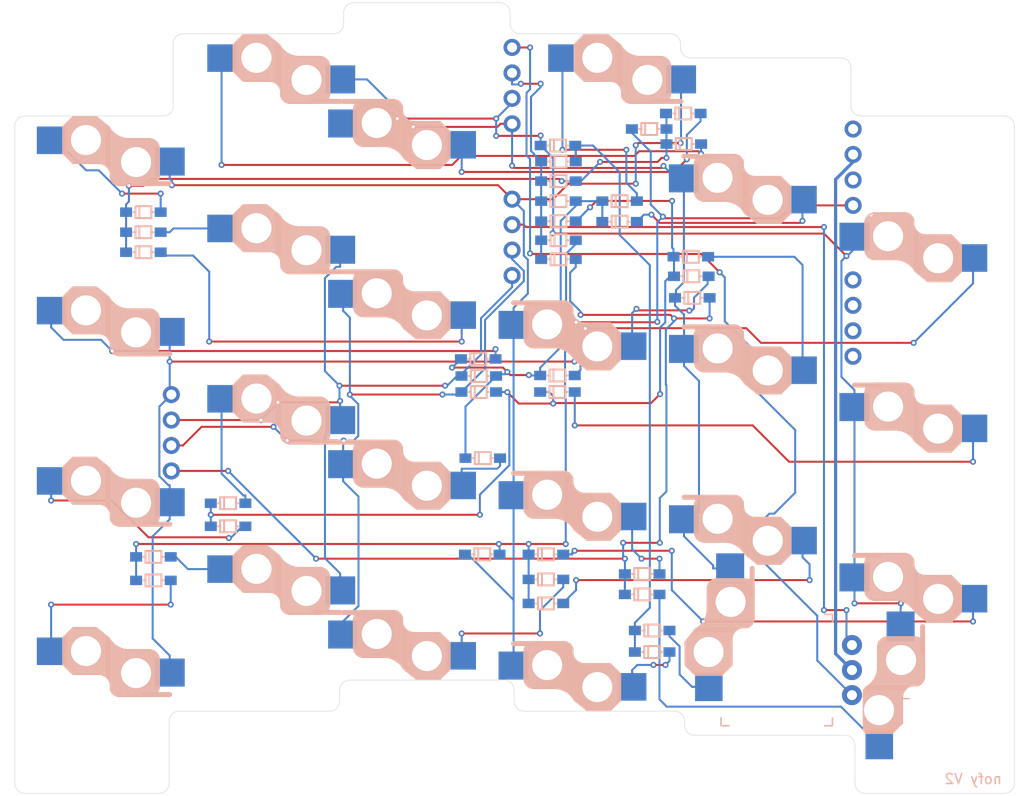
<source format=kicad_pcb>
(kicad_pcb (version 20241229) (generator "pcbnew") (generator_version "9.0")
  (title_block (title "nofy-Right") (date "2025-03-20") (company "FlightByte"))
  (layers (0 "F.Cu" signal) (2 "B.Cu" signal) (13 "F.Paste" user) (15 "B.Paste" user) (5 "F.SilkS" user "F.Silkscreen") (7 "B.SilkS" user "B.Silkscreen") (1 "F.Mask" user) (3 "B.Mask" user) (25 "Edge.Cuts" user))
  (net 0 "")
  (net 1 "Net-(D1-A)")
  (net 2 "Net-(D2-A)")
  (net 3 "Net-(D3-A)")
  (net 4 "Net-(D5-A)")
  (net 5 "Net-(D6-A)")
  (net 6 "Net-(D7-A)")
  (net 7 "Net-(D9-A)")
  (net 8 "Net-(D10-A)")
  (net 9 "Net-(D11-A)")
  (net 10 "Net-(D13-A)")
  (net 11 "Net-(D14-A)")
  (net 12 "Net-(D15-A)")
  (net 13 "Net-(D16-A)")
  (net 14 "Net-(D17-A)")
  (net 15 "Net-(D18-A)")
  (net 16 "Net-(D19-A)")
  (net 17 "Net-(D20-A)")
  (net 18 "Net-(D21-A)")
  (net 19 "GND_L")
  (net 20 "RE_B_L")
  (net 21 "RE_A_L")
  (net 22 "VCC_L")
  (net 23 "Net-(D23-A)")
  (net 24 "Net-(D26-A)")
  (net 25 "Net-(D22-A)")
  (net 26 "Net-(D27-A)")
  (net 27 "Net-(D24-A)")
  (net 28 "Net-(D25-A)")
  (net 29 "Net-(D1-K)")
  (net 30 "Net-(D15-K)")
  (net 31 "Net-(D11-K)")
  (net 32 "Net-(D13-K)")
  (net 33 "Net-(D16-K)")
  (net 34 "Net-(D17-K)")
  (net 35 "INTR0")
  (net 36 "Pin0")
  (net 37 "Pin1")
  (net 38 "Pin2")
  (net 39 "Pin3")
  (net 40 "Pin4")
  (net 41 "Pin5")
  (footprint "_kicad_footprints:Diode_SMD" (layer "F.Cu") (at 81.99885 50.9)
    (property "Reference" "DS5")
    (property "Value" "D" (hide yes))
  )
  (footprint "nofy:Choc_v2_Hotswap_1u_17mm" (layer "F.Cu") (at 24.30195 75.05 180)
    (property "Reference" "SW6" (hide yes))
    (property "Value" "SW_PUSH" (hide yes))
  )
  (footprint "_kicad_footprints:Diode_SMD" (layer "F.Cu") (at 67.39885 76.5)
    (property "Reference" "D26")
    (property "Value" "D" (hide yes))
  )
  (footprint "nofy:Pin1x4" (layer "F.Cu") (at 65.50195 39.755)
    (property "Reference" "Con_L_2" (hide yes))
    (property "Value" "PIn1x4" (hide yes))
  )
  (footprint "_kicad_footprints:Diode_SMD" (layer "F.Cu") (at 61.04885 76.5)
    (property "Reference" "DS4")
    (property "Value" "D" (hide yes))
  )
  (footprint "_kicad_footprints:Diode_SMD" (layer "F.Cu") (at 74.74885 41.25)
    (property "Reference" "D14")
    (property "Value" "D" (hide yes))
  )
  (footprint "nofy:Choc_v2_Hotswap_1u_17mm" (layer "F.Cu") (at 92.30195 86.25 -90)
    (property "Reference" "SW26" (hide yes))
    (property "Value" "SW_PUSH" (hide yes))
  )
  (footprint "nofy:Choc_v2_Hotswap_1u_17mm" (layer "F.Cu") (at 41.30195 66.85 180)
    (property "Reference" "SW10" (hide yes))
    (property "Value" "SW_PUSH" (hide yes))
  )
  (footprint "_kicad_footprints:Diode_SMD" (layer "F.Cu") (at 81.84885 46.8)
    (property "Reference" "D20")
    (property "Value" "D" (hide yes))
  )
  (footprint "_kicad_footprints:Diode_SMD" (layer "F.Cu") (at 27.24885 46.35)
    (property "Reference" "D9")
    (property "Value" "D" (hide yes))
  )
  (footprint "nofy:MountingHole_2.2mm_M2" (layer "F.Cu") (at 84.13195 77.66)
    (property "Reference" "Hole3" (hide yes))
    (property "Value" "MountingHole_2.2mm_M2" (hide yes))
  )
  (footprint "_kicad_footprints:Diode_SMD" (layer "F.Cu") (at 60.70195 58.7)
    (property "Reference" "DS2")
    (property "Value" "D" (hide yes))
  )
  (footprint "nofy:Choc_v2_Hotswap_1u_17mm" (layer "F.Cu") (at 92.30195 69.25)
    (property "Reference" "SW25" (hide yes))
    (property "Value" "SW_PUSH" (hide yes))
  )
  (footprint "_kicad_footprints:Diode_SMD" (layer "F.Cu") (at 81.09885 32.5)
    (property "Reference" "D23")
    (property "Value" "D" (hide yes))
  )
  (footprint "nofy:Pin1x4" (layer "F.Cu") (at 65.50195 24.61)
    (property "Reference" "Con_L_0" (hide yes))
    (property "Value" "PIn1x4" (hide yes))
  )
  (footprint "_kicad_footprints:Diode_SMD" (layer "F.Cu") (at 28.24885 79.1)
    (property "Reference" "D3")
    (property "Value" "D" (hide yes))
  )
  (footprint "nofy:MountingHole_2.2mm_M2" (layer "F.Cu") (at 32.40195 83.55)
    (property "Reference" "Hole1" (hide yes))
    (property "Value" "MountingHole_2.2mm_M2" (hide yes))
  )
  (footprint "nofy:Choc_v2_Hotswap_1u_17mm" (layer "F.Cu") (at 92.30195 52.25)
    (property "Reference" "SW24" (hide yes))
    (property "Value" "SW_PUSH" (hide yes))
  )
  (footprint "nofy:Pin1x4" (layer "F.Cu") (at 99.51695 32.755)
    (property "Reference" "Con_L_4" (hide yes))
    (property "Value" "PIn1x4" (hide yes))
  )
  (footprint "nofy:Choc_v2_Hotswap_1u_17mm" (layer "F.Cu") (at 75.30195 49.85)
    (property "Reference" "SW19" (hide yes))
    (property "Value" "SW_PUSH" (hide yes))
  )
  (footprint "_kicad_footprints:Diode_SMD" (layer "F.Cu") (at 35.69885 73.7)
    (property "Reference" "D2")
    (property "Value" "D" (hide yes))
  )
  (footprint "_kicad_footprints:Diode_SMD" (layer "F.Cu") (at 68.54885 58.65)
    (property "Reference" "D24")
    (property "Value" "D" (hide yes))
  )
  (footprint "nofy:Choc_v2_Hotswap_1u_17mm" (layer "F.Cu") (at 41.30195 32.85 180)
    (property "Reference" "SW22" (hide yes))
    (property "Value" "SW_PUSH" (hide yes))
  )
  (footprint "nofy:Choc_v2_Hotswap_1u_17mm" (layer "F.Cu") (at 75.30195 32.85 180)
    (property "Reference" "SW18" (hide yes))
    (property "Value" "SW_PUSH" (hide yes))
  )
  (footprint "nofy:Choc_v2_Hotswap_1u_17mm" (layer "F.Cu") (at 109.30195 58.05)
    (property "Reference" "SW29" (hide yes))
    (property "Value" "SW_PUSH" (hide yes))
  )
  (footprint "nofy:Choc_v2_Hotswap_1u_17mm" (layer "F.Cu") (at 24.30195 41.05 180)
    (property "Reference" "SW17" (hide yes))
    (property "Value" "SW_PUSH" (hide yes))
  )
  (footprint "_kicad_footprints:Diode_SMD" (layer "F.Cu") (at 77.99885 86.25)
    (property "Reference" "D17")
    (property "Value" "D" (hide yes))
  )
  (footprint "nofy:Choc_v2_Hotswap_1u_17mm" (layer "F.Cu") (at 41.30195 49.85 180)
    (property "Reference" "SW9" (hide yes))
    (property "Value" "SW_PUSH" (hide yes))
  )
  (footprint "_kicad_footprints:Diode_SMD" (layer "F.Cu") (at 35.69885 71.4)
    (property "Reference" "D6")
    (property "Value" "D" (hide yes))
  )
  (footprint "nofy:Choc_v2_Hotswap_1u_17mm" (layer "F.Cu") (at 109.30195 92.05 -90)
    (property "Reference" "SW31" (hide yes))
    (property "Value" "SW_PUSH" (hide yes))
  )
  (footprint "_kicad_footprints:Diode_SMD" (layer "F.Cu") (at 74.74885 43.3)
    (property "Reference" "D19")
    (property "Value" "D" (hide yes))
  )
  (footprint "_kicad_footprints:Diode_SMD" (layer "F.Cu") (at 68.64885 47.05)
    (property "Reference" "DI5")
    (property "Value" "D" (hide yes))
  )
  (footprint "_kicad_footprints:Diode_SMD" (layer "F.Cu") (at 68.64885 45.15)
    (property "Reference" "DI4")
    (property "Value" "D" (hide yes))
  )
  (footprint "_kicad_footprints:Diode_SMD" (layer "F.Cu") (at 27.24885 44.35)
    (property "Reference" "D5")
    (property "Value" "D" (hide yes))
  )
  (footprint "nofy:Choc_v2_Hotswap_1u_17mm" (layer "F.Cu") (at 58.30195 63.75)
    (property "Reference" "SW14" (hide yes))
    (property "Value" "SW_PUSH" (hide yes))
  )
  (footprint "nofy:MountingHole_2.2mm_M2" (layer "F.Cu") (at 32.30195 49.55)
    (property "Reference" "Hole0" (hide yes))
    (property "Value" "MountingHole_2.2mm_M2" (hide yes))
  )
  (footprint "_kicad_footprints:Diode_SMD" (layer "F.Cu") (at 77.99885 84.1)
    (property "Reference" "D22")
    (property "Value" "D" (hide yes))
  )
  (footprint "nofy:Pin1x4" (layer "F.Cu") (at 99.50195 47.81)
    (property "Reference" "Con_L_6" (hide yes))
    (property "Value" "PIn1x4" (hide yes))
  )
  (footprint "nofy:Choc_v2_Hotswap_1u_17mm" (layer "F.Cu") (at 109.30195 75.05)
    (property "Reference" "SW30" (hide yes))
    (property "Value" "SW_PUSH" (hide yes))
  )
  (footprint "_kicad_footprints:Diode_SMD" (layer "F.Cu") (at 77.69885 34.05)
    (property "Reference" "DS1")
    (property "Value" "D" (hide yes))
  )
  (footprint "_kicad_footprints:Diode_SMD" (layer "F.Cu") (at 67.39885 81.4)
    (property "Reference" "D21")
    (property "Value" "D" (hide yes))
  )
  (footprint "nofy:Choc_v2_Hotswap_1u_17mm" (layer "F.Cu") (at 58.30195 46.75)
    (property "Reference" "SW13" (hide yes))
    (property "Value" "SW_PUSH" (hide yes))
  )
  (footprint "_kicad_footprints:Diode_SMD" (layer "F.Cu") (at 27.24885 42.35)
    (property "Reference" "D13")
    (property "Value" "D" (hide yes))
  )
  (footprint "_kicad_footprints:Diode_SMD" (layer "F.Cu") (at 68.64885 41.25)
    (property "Reference" "DI2")
    (property "Value" "D" (hide yes))
  )
  (footprint "_kicad_footprints:Diode_SMD" (layer "F.Cu") (at 60.69885 60.3)
    (property "Reference" "DS3")
    (property "Value" "D" (hide yes))
  )
  (footprint "nofy:MountingHole_2.2mm_M2" (layer "F.Cu") (at 84.00195 61.25)
    (property "Reference" "Hole2" (hide yes))
    (property "Value" "MountingHole_2.2mm_M2" (hide yes))
  )
  (footprint "_kicad_footprints:Diode_SMD" (layer "F.Cu") (at 28.24885 76.75)
    (property "Reference" "D7")
    (property "Value" "D" (hide yes))
  )
  (footprint "nofy:Choc_v2_Hotswap_1u_17mm" (layer "F.Cu") (at 58.30195 80.75)
    (property "Reference" "SW15" (hide yes))
    (property "Value" "SW_PUSH" (hide yes))
  )
  (footprint "nofy:Choc_v2_Hotswap_1u_17mm" (layer "F.Cu") (at 58.30195 29.75)
    (property "Reference" "SW27" (hide yes))
    (property "Value" "SW_PUSH" (hide yes))
  )
  (footprint "_kicad_footprints:Diode_SMD" (layer "F.Cu") (at 68.64885 43.25)
    (property "Reference" "DI3")
    (property "Value" "D" (hide yes))
  )
  (footprint "nofy:Pin1x4" (layer "F.Cu") (at 31.51695 59.255)
    (property "Reference" "J18" (hide yes))
    (property "Value" "PIn1x4" (hide yes))
  )
  (footprint "_kicad_footprints:Diode_SMD" (layer "F.Cu") (at 81.89885 48.75)
    (property "Reference" "D15")
    (property "Value" "D" (hide yes))
  )
  (footprint "_kicad_footprints:Diode_SMD" (layer "F.Cu") (at 68.59885 35.7)
    (property "Reference" "DS6")
    (property "Value" "D" (hide yes))
  )
  (footprint "nofy:Choc_v2_Hotswap_1u_17mm" (layer "F.Cu") (at 75.30195 66.85)
    (property "Reference" "SW20" (hide yes))
    (property "Value" "SW_PUSH" (hide yes))
  )
  (footprint "_kicad_footprints:Diode_SMD" (layer "F.Cu") (at 81.14885 35.55)
    (property "Reference" "D18")
    (property "Value" "D" (hide yes))
  )
  (footprint "_kicad_footprints:Diode_SMD" (layer "F.Cu") (at 68.54885 60.3)
    (property "Reference" "D25")
    (property "Value" "D" (hide yes))
  )
  (footprint "nofy:Choc_v2_Hotswap_1u_17mm" (layer "F.Cu") (at 109.30195 41.05)
    (property "Reference" "SW28" (hide yes))
    (property "Value" "SW_PUSH" (hide yes))
  )
  (footprint "nofy:Choc_v2_Hotswap_1u_17mm" (layer "F.Cu") (at 24.30195 92.05 180)
    (property "Reference" "SW7" (hide yes))
    (property "Value" "SW_PUSH" (hide yes))
  )
  (footprint "_kicad_footprints:Diode_SMD" (layer "F.Cu") (at 60.64885 57)
    (property "Reference" "D1")
    (property "Value" "D" (hide yes))
  )
  (footprint "_kicad_footprints:Diode_SMD" (layer "F.Cu") (at 67.39885 79)
    (property "Reference" "D11")
    (property "Value" "D" (hide yes))
  )
  (footprint "_kicad_footprints:Diode_SMD" (layer "F.Cu") (at 68.64885 37.3)
    (property "Reference" "DI6")
    (property "Value" "D" (hide yes))
  )
  (footprint "nofy:Choc_v2_Hotswap_1u_17mm" (layer "F.Cu") (at 92.28945 35.225)
    (property "Reference" "SW23" (hide yes))
    (property "Value" "SW_PUSH" (hide yes))
  )
  (footprint "nofy:Choc_v2_Hotswap_1u_17mm" (layer "F.Cu") (at 75.30195 83.85)
    (property "Reference" "SW21" (hide yes))
    (property "Value" "SW_PUSH" (hide yes))
  )
  (footprint "nofy:Choc_v2_Hotswap_1u_17mm" (layer "F.Cu") (at 24.30195 58.05 180)
    (property "Reference" "SW5" (hide yes))
    (property "Value" "SW_PUSH" (hide yes))
  )
  (footprint "_kicad_footprints:Diode_SMD" (layer "F.Cu") (at 77.00195 78.4594)
    (property "Reference" "D16")
    (property "Value" "D" (hide yes))
  )
  (footprint "_kicad_footprints:Diode_SMD" (layer "F.Cu") (at 61.09885 66.9)
    (property "Reference" "D10")
    (property "Value" "D" (hide yes))
  )
  (footprint "_kicad_footprints:Diode_SMD" (layer "F.Cu") (at 76.99885 80.5)
    (property "Reference" "D27")
    (property "Value" "D" (hide yes))
  )
  (footprint "nofy:Choc_v2_Hotswap_1u_17mm" (layer "F.Cu") (at 41.30195 83.85 180)
    (property "Reference" "SW11" (hide yes))
    (property "Value" "SW_PUSH" (hide yes))
  )
  (footprint "_kicad_footprints:Diode_SMD" (layer "F.Cu") (at 68.64885 39.25)
    (property "Reference" "DI1")
    (property "Value" "D" (hide yes))
  )
  (footprint "nofy:RotaryEncoder_EC12E" (layer "B.Cu") (at 93.20195 88.05 180)
    (property "Reference" "SW3" (hide yes))
    (property "Value" "RotaryEncoder" (hide yes))
  )
  (gr_arc (start 68.00195 92.15) (mid 67.294843 91.857107) (end 67.00195 91.15) (stroke (width 0.05)) (layer "Edge.Cuts"))
  (gr_line (start 66.00195 89.05) (end 50.60195 89.05) (stroke (width 0.05)) (layer "Edge.Cuts"))
  (gr_line (start 83.60195 25.55) (end 83.60195 25.95) (stroke (width 0.05)) (layer "Edge.Cuts"))
  (gr_line (start 116.90195 99.35) (end 116.90195 33.75) (stroke (width 0.05)) (layer "Edge.Cuts"))
  (gr_line (start 31.60195 100.35) (end 18.20195 100.35) (stroke (width 0.05)) (layer "Edge.Cuts"))
  (gr_line (start 84.00195 93.55) (end 84.00195 93.15) (stroke (width 0.05)) (layer "Edge.Cuts"))
  (gr_arc (start 33.00195 25.55) (mid 33.294843 24.842893) (end 34.00195 24.55) (stroke (width 0.05)) (layer "Edge.Cuts"))
  (gr_line (start 34.00195 24.55) (end 49.00195 24.55) (stroke (width 0.05)) (layer "Edge.Cuts"))
  (gr_arc (start 50.00195 23.55) (mid 49.709057 24.257107) (end 49.00195 24.55) (stroke (width 0.05)) (layer "Edge.Cuts"))
  (gr_arc (start 116.90195 99.35) (mid 116.609057 100.057107) (end 115.90195 100.35) (stroke (width 0.05)) (layer "Edge.Cuts"))
  (gr_line (start 101.00195 99.35) (end 101.00195 95.55) (stroke (width 0.05)) (layer "Edge.Cuts"))
  (gr_line (start 100.00195 94.55) (end 85.00195 94.55) (stroke (width 0.05)) (layer "Edge.Cuts"))
  (gr_line (start 49.60195 90.05) (end 49.60195 91.15) (stroke (width 0.05)) (layer "Edge.Cuts"))
  (gr_arc (start 49.60195 90.05) (mid 49.894843 89.342893) (end 50.60195 89.05) (stroke (width 0.05)) (layer "Edge.Cuts"))
  (gr_arc (start 102.00195 100.35) (mid 101.294843 100.057107) (end 101.00195 99.35) (stroke (width 0.05)) (layer "Edge.Cuts"))
  (gr_arc (start 32.60195 99.35) (mid 32.309057 100.057107) (end 31.60195 100.35) (stroke (width 0.05)) (layer "Edge.Cuts"))
  (gr_line (start 115.90195 100.35) (end 102.00195 100.35) (stroke (width 0.05)) (layer "Edge.Cuts"))
  (gr_arc (start 115.90195 32.75) (mid 116.609057 33.042893) (end 116.90195 33.75) (stroke (width 0.05)) (layer "Edge.Cuts"))
  (gr_arc (start 66.00195 89.05) (mid 66.709057 89.342893) (end 67.00195 90.05) (stroke (width 0.05)) (layer "Edge.Cuts"))
  (gr_line (start 33.00195 31.749993) (end 33.00195 25.55) (stroke (width 0.05)) (layer "Edge.Cuts"))
  (gr_line (start 67.00195 91.15) (end 67.00195 90.05) (stroke (width 0.05)) (layer "Edge.Cuts"))
  (gr_line (start 48.60195 92.15) (end 33.60195 92.15) (stroke (width 0.05)) (layer "Edge.Cuts"))
  (gr_arc (start 49.60195 91.15) (mid 49.309057 91.857107) (end 48.60195 92.15) (stroke (width 0.05)) (layer "Edge.Cuts"))
  (gr_line (start 17.20195 99.35) (end 17.20195 33.75) (stroke (width 0.05)) (layer "Edge.Cuts"))
  (gr_arc (start 33.00195 31.749993) (mid 32.709059 32.457104) (end 32.00195 32.749993) (stroke (width 0.05)) (layer "Edge.Cuts"))
  (gr_line (start 83.00195 92.15) (end 68.00195 92.15) (stroke (width 0.05)) (layer "Edge.Cuts"))
  (gr_arc (start 99.60195 26.95) (mid 100.309057 27.242893) (end 100.60195 27.95) (stroke (width 0.05)) (layer "Edge.Cuts"))
  (gr_arc (start 101.60195 32.75) (mid 100.894843 32.457107) (end 100.60195 31.75) (stroke (width 0.05)) (layer "Edge.Cuts"))
  (gr_line (start 50.00195 23.55) (end 50.00195 22.45) (stroke (width 0.05)) (layer "Edge.Cuts"))
  (gr_line (start 100.60195 27.95) (end 100.60195 31.746246) (stroke (width 0.05)) (layer "Edge.Cuts"))
  (gr_line (start 32.60195 93.15) (end 32.60195 99.35) (stroke (width 0.05)) (layer "Edge.Cuts"))
  (gr_arc (start 65.60195 21.45) (mid 66.309057 21.742893) (end 66.60195 22.45) (stroke (width 0.05)) (layer "Edge.Cuts"))
  (gr_arc (start 17.20195 33.75) (mid 17.494843 33.042893) (end 18.20195 32.75) (stroke (width 0.05)) (layer "Edge.Cuts"))
  (gr_line (start 67.60195 24.55) (end 82.60195 24.55) (stroke (width 0.05)) (layer "Edge.Cuts"))
  (gr_arc (start 82.60195 24.55) (mid 83.309057 24.842893) (end 83.60195 25.55) (stroke (width 0.05)) (layer "Edge.Cuts"))
  (gr_line (start 18.20195 32.75) (end 32.00195 32.749993) (stroke (width 0.05)) (layer "Edge.Cuts"))
  (gr_line (start 51.00195 21.45) (end 65.60195 21.45) (stroke (width 0.05)) (layer "Edge.Cuts"))
  (gr_arc (start 67.60195 24.55) (mid 66.894843 24.257107) (end 66.60195 23.55) (stroke (width 0.05)) (layer "Edge.Cuts"))
  (gr_line (start 115.90195 32.75) (end 101.60195 32.75) (stroke (width 0.05)) (layer "Edge.Cuts"))
  (gr_arc (start 50.00195 22.45) (mid 50.294843 21.742893) (end 51.00195 21.45) (stroke (width 0.05)) (layer "Edge.Cuts"))
  (gr_arc (start 18.20195 100.35) (mid 17.494843 100.057107) (end 17.20195 99.35) (stroke (width 0.05)) (layer "Edge.Cuts"))
  (gr_arc (start 85.00195 94.55) (mid 84.294843 94.257107) (end 84.00195 93.55) (stroke (width 0.05)) (layer "Edge.Cuts"))
  (gr_line (start 66.60195 22.45) (end 66.60195 23.55) (stroke (width 0.05)) (layer "Edge.Cuts"))
  (gr_arc (start 83.00195 92.15) (mid 83.709057 92.442893) (end 84.00195 93.15) (stroke (width 0.05)) (layer "Edge.Cuts"))
  (gr_arc (start 84.60195 26.95) (mid 83.894843 26.657107) (end 83.60195 25.95) (stroke (width 0.05)) (layer "Edge.Cuts"))
  (gr_line (start 84.60195 26.95) (end 99.60195 26.95) (stroke (width 0.05)) (layer "Edge.Cuts"))
  (gr_arc (start 100.00195 94.55) (mid 100.709057 94.842893) (end 101.00195 95.55) (stroke (width 0.05)) (layer "Edge.Cuts"))
  (gr_arc (start 32.60195 93.15) (mid 32.894843 92.442893) (end 33.60195 92.15) (stroke (width 0.05)) (layer "Edge.Cuts"))
  (gr_text "nofy V2" (at 115.75195 99.5 0) (layer "B.SilkS") (effects (font (size 1 1)) (justify left bottom mirror)))
  (segment (start 64.96765 56.2071) (end 65.15195 56.0228) (width 0.2) (layer "F.Cu") (net 1))
  (segment (start 26.91515 56.2071) (end 64.96765 56.2071) (width 0.2) (layer "F.Cu") (net 1))
  (via (at 26.91515 56.2071) (size 0.6) (drill 0.3) (layers "F.Cu" "B.Cu") (net 1))
  (via (at 65.15195 56.0228) (size 0.6) (drill 0.3) (layers "F.Cu" "B.Cu") (net 1))
  (segment (start 65.15195 57) (end 65.15195 56.2233) (width 0.2) (layer "B.Cu") (net 1))
  (segment (start 25.79805 55.09) (end 26.91515 56.2071) (width 0.2) (layer "B.Cu") (net 1))
  (segment (start 20.82695 52.175) (end 20.82695 53.8517) (width 0.2) (layer "B.Cu") (net 1))
  (segment (start 22.06525 55.09) (end 25.79805 55.09) (width 0.2) (layer "B.Cu") (net 1))
  (segment (start 65.15195 56.2233) (end 65.15195 56.0228) (width 0.2) (layer "B.Cu") (net 1))
  (segment (start 20.82695 53.8517) (end 22.06525 55.09) (width 0.2) (layer "B.Cu") (net 1))
  (segment (start 27.70095 72.013156) (end 27.70095 71.9636) (width 0.2) (layer "F.Cu") (net 2))
  (segment (start 28.638794 72.951) (end 27.70095 72.013156) (width 0.2) (layer "F.Cu") (net 2))
  (segment (start 38.55195 74.8673) (end 38.48465 74.8) (width 0.2) (layer "F.Cu") (net 2))
  (segment (start 38.48465 74.8) (end 30.53735 74.8) (width 0.2) (layer "F.Cu") (net 2))
  (segment (start 26.86125 71.1239) (end 20.82695 71.1239) (width 0.2) (layer "F.Cu") (net 2))
  (segment (start 27.70095 71.9636) (end 26.86125 71.1239) (width 0.2) (layer "F.Cu") (net 2))
  (segment (start 30.53735 74.8) (end 28.68835 72.951) (width 0.2) (layer "F.Cu") (net 2))
  (segment (start 28.68835 72.951) (end 28.638794 72.951) (width 0.2) (layer "F.Cu") (net 2))
  (via (at 38.55195 74.8673) (size 0.6) (drill 0.3) (layers "F.Cu" "B.Cu") (net 2))
  (via (at 20.82695 71.1239) (size 0.6) (drill 0.3) (layers "F.Cu" "B.Cu") (net 2))
  (segment (start 38.73465 74.8673) (end 39.90195 73.7) (width 0.2) (layer "B.Cu") (net 2))
  (segment (start 39.90195 73.7) (end 40.20195 73.7) (width 0.2) (layer "B.Cu") (net 2))
  (segment (start 38.55195 74.8673) (end 38.73465 74.8673) (width 0.2) (layer "B.Cu") (net 2))
  (segment (start 20.82695 69.175) (end 20.82695 71.1239) (width 0.2) (layer "B.Cu") (net 2))
  (segment (start 32.75195 81.5165) (end 20.82695 81.5165) (width 0.2) (layer "F.Cu") (net 3))
  (via (at 20.82695 81.5165) (size 0.6) (drill 0.3) (layers "F.Cu" "B.Cu") (net 3))
  (via (at 32.75195 81.5165) (size 0.6) (drill 0.3) (layers "F.Cu" "B.Cu") (net 3))
  (segment (start 20.82695 86.175) (end 20.82695 81.5165) (width 0.2) (layer "B.Cu") (net 3))
  (segment (start 32.75195 79.1) (end 32.75195 81.5165) (width 0.2) (layer "B.Cu") (net 3))
  (segment (start 33.02865 43.975) (end 32.65365 44.35) (width 0.2) (layer "B.Cu") (net 4))
  (segment (start 37.82695 43.975) (end 33.02865 43.975) (width 0.2) (layer "B.Cu") (net 4))
  (segment (start 31.75195 44.35) (end 32.65365 44.35) (width 0.2) (layer "B.Cu") (net 4))
  (segment (start 40.20195 71.4) (end 40.20195 70.6233) (width 0.2) (layer "B.Cu") (net 5))
  (segment (start 37.82695 68.4425) (end 40.00775 70.6233) (width 0.2) (layer "B.Cu") (net 5))
  (segment (start 40.00775 70.6233) (end 40.20195 70.6233) (width 0.2) (layer "B.Cu") (net 5))
  (segment (start 37.82695 60.975) (end 37.82695 68.4425) (width 0.2) (layer "B.Cu") (net 5))
  (segment (start 33.25195 76.75) (end 32.75195 76.75) (width 0.2) (layer "B.Cu") (net 6))
  (segment (start 34.47695 77.975) (end 33.25195 76.75) (width 0.2) (layer "B.Cu") (net 6))
  (segment (start 37.82695 77.975) (end 34.47695 77.975) (width 0.2) (layer "B.Cu") (net 6))
  (segment (start 36.59615 55.2625) (end 61.77695 55.2625) (width 0.2) (layer "F.Cu") (net 7))
  (via (at 61.77695 55.2625) (size 0.6) (drill 0.3) (layers "F.Cu" "B.Cu") (net 7))
  (via (at 36.59615 55.2625) (size 0.6) (drill 0.3) (layers "F.Cu" "B.Cu") (net 7))
  (segment (start 36.59615 48.2942) (end 36.59615 55.2625) (width 0.2) (layer "B.Cu") (net 7))
  (segment (start 35.85195 47.55) (end 34.97905 46.6771) (width 0.2) (layer "B.Cu") (net 7))
  (segment (start 34.97905 46.6771) (end 32.07905 46.6771) (width 0.2) (layer "B.Cu") (net 7))
  (segment (start 61.77695 54.3017) (end 61.77695 55.2625) (width 0.2) (layer "B.Cu") (net 7))
  (segment (start 32.07905 46.6771) (end 31.75195 46.35) (width 0.2) (layer "B.Cu") (net 7))
  (segment (start 35.85195 47.55) (end 36.59615 48.2942) (width 0.2) (layer "B.Cu") (net 7))
  (segment (start 61.77695 52.625) (end 61.77695 54.3017) (width 0.2) (layer "B.Cu") (net 7))
  (segment (start 61.77695 69.625) (end 61.77695 67.9483) (width 0.2) (layer "B.Cu") (net 8))
  (segment (start 65.33035 67.9483) (end 65.60195 67.6767) (width 0.2) (layer "B.Cu") (net 8))
  (segment (start 65.60195 66.9) (end 65.60195 67.6767) (width 0.2) (layer "B.Cu") (net 8))
  (segment (start 61.77695 67.9483) (end 65.33035 67.9483) (width 0.2) (layer "B.Cu") (net 8))
  (segment (start 69.58625 84.3973) (end 61.77695 84.3973) (width 0.2) (layer "F.Cu") (net 9))
  (via (at 61.77695 84.3973) (size 0.6) (drill 0.3) (layers "F.Cu" "B.Cu") (net 9))
  (via (at 69.58625 84.3973) (size 0.6) (drill 0.3) (layers "F.Cu" "B.Cu") (net 9))
  (segment (start 69.58625 82.0924) (end 69.58625 84.3973) (width 0.2) (layer "B.Cu") (net 9))
  (segment (start 71.901975 79) (end 71.901975 79.776675) (width 0.2) (layer "B.Cu") (net 9))
  (segment (start 71.901975 79.776675) (end 69.58625 82.0924) (width 0.2) (layer "B.Cu") (net 9))
  (segment (start 61.77695 86.625) (end 61.77695 84.9483) (width 0.2) (layer "B.Cu") (net 9))
  (segment (start 61.77695 84.9483) (end 61.77695 84.3973) (width 0.2) (layer "B.Cu") (net 9))
  (segment (start 71.90195 79) (end 71.901975 79) (width 0.2) (layer "B.Cu") (net 9))
  (segment (start 27.90015 40.4971) (end 31.75195 40.4971) (width 0.2) (layer "F.Cu") (net 10))
  (via (at 31.75195 40.4971) (size 0.6) (drill 0.3) (layers "F.Cu" "B.Cu") (net 10))
  (via (at 27.90015 40.4971) (size 0.6) (drill 0.3) (layers "F.Cu" "B.Cu") (net 10))
  (segment (start 31.75195 42.35) (end 31.75195 40.4971) (width 0.2) (layer "B.Cu") (net 10))
  (segment (start 21.32695 35.175) (end 20.82695 35.175) (width 0.2) (layer "B.Cu") (net 10))
  (segment (start 27.90015 40.4971) (end 25.5775 38.17445) (width 0.2) (layer "B.Cu") (net 10))
  (segment (start 25.5775 38.17445) (end 24.3264 38.17445) (width 0.2) (layer "B.Cu") (net 10))
  (segment (start 24.3264 38.17445) (end 21.32695 35.175) (width 0.2) (layer "B.Cu") (net 10))
  (segment (start 78.19725 36.1223) (end 71.82695 36.1223) (width 0.2) (layer "F.Cu") (net 11))
  (via (at 71.82695 36.1223) (size 0.6) (drill 0.3) (layers "F.Cu" "B.Cu") (net 11))
  (via (at 78.19725 36.1223) (size 0.6) (drill 0.3) (layers "F.Cu" "B.Cu") (net 11))
  (segment (start 78.19725 39.4186) (end 78.19725 36.1223) (width 0.2) (layer "B.Cu") (net 11))
  (segment (start 79.25195 40.4733) (end 78.19725 39.4186) (width 0.2) (layer "B.Cu") (net 11))
  (segment (start 79.25195 41.25) (end 79.25195 40.4733) (width 0.2) (layer "B.Cu") (net 11))
  (segment (start 71.82695 26.975) (end 71.82695 36.1223) (width 0.2) (layer "B.Cu") (net 11))
  (segment (start 84.45195 52.15) (end 84.47695 52.175) (width 0.2) (layer "F.Cu") (net 12))
  (segment (start 79.35605 52.15) (end 84.45195 52.15) (width 0.2) (layer "F.Cu") (net 12))
  (segment (start 79.20425 51.9982) (end 79.35605 52.15) (width 0.2) (layer "F.Cu") (net 12))
  (via (at 84.47695 52.175) (size 0.6) (drill 0.3) (layers "F.Cu" "B.Cu") (net 12))
  (via (at 79.20425 51.9982) (size 0.6) (drill 0.3) (layers "F.Cu" "B.Cu") (net 12))
  (segment (start 84.72695 52.175) (end 84.94905 51.9529) (width 0.2) (layer "B.Cu") (net 12))
  (segment (start 86.30485 48.847125) (end 86.401975 48.75) (width 0.2) (layer "B.Cu") (net 12))
  (segment (start 78.77695 55.725) (end 78.77695 52.4255) (width 0.2) (layer "B.Cu") (net 12))
  (segment (start 84.94905 51.9529) (end 84.94905 50.8825) (width 0.2) (layer "B.Cu") (net 12))
  (segment (start 78.77695 52.4255) (end 79.20425 51.9982) (width 0.2) (layer "B.Cu") (net 12))
  (segment (start 86.40195 48.75) (end 86.401975 48.75) (width 0.2) (layer "B.Cu") (net 12))
  (segment (start 86.30485 49.5267) (end 86.30485 48.847125) (width 0.2) (layer "B.Cu") (net 12))
  (segment (start 84.47695 52.175) (end 84.72695 52.175) (width 0.2) (layer "B.Cu") (net 12))
  (segment (start 84.94905 50.8825) (end 86.30485 49.5267) (width 0.2) (layer "B.Cu") (net 12))
  (segment (start 79.71245 76.9308) (end 81.50505 76.9308) (width 0.2) (layer "F.Cu") (net 13))
  (via (at 79.71245 76.9308) (size 0.6) (drill 0.3) (layers "F.Cu" "B.Cu") (net 13))
  (via (at 81.50505 76.9308) (size 0.6) (drill 0.3) (layers "F.Cu" "B.Cu") (net 13))
  (segment (start 81.50505 78.4594) (end 81.50505 76.9308) (width 0.2) (layer "B.Cu") (net 13))
  (segment (start 78.77695 72.725) (end 78.77695 75.9953) (width 0.2) (layer "B.Cu") (net 13))
  (segment (start 78.77695 75.9953) (end 79.71245 76.9308) (width 0.2) (layer "B.Cu") (net 13))
  (segment (start 80.90195 87.5375) (end 82.10195 87.5375) (width 0.2) (layer "F.Cu") (net 14))
  (via (at 80.90195 87.5375) (size 0.6) (drill 0.3) (layers "F.Cu" "B.Cu") (net 14))
  (via (at 82.10195 87.5375) (size 0.6) (drill 0.3) (layers "F.Cu" "B.Cu") (net 14))
  (segment (start 79.28775 87.5375) (end 78.77695 88.0483) (width 0.2) (layer "B.Cu") (net 14))
  (segment (start 82.50195 86.25) (end 82.50195 87.1375) (width 0.2) (layer "B.Cu") (net 14))
  (segment (start 82.50195 87.1375) (end 82.10195 87.5375) (width 0.2) (layer "B.Cu") (net 14))
  (segment (start 80.90195 87.5375) (end 79.28775 87.5375) (width 0.2) (layer "B.Cu") (net 14))
  (segment (start 78.77695 88.0483) (end 78.77695 89.725) (width 0.2) (layer "B.Cu") (net 14))
  (segment (start 60.82735 37.6383) (end 37.82695 37.6383) (width 0.2) (layer "F.Cu") (net 15))
  (segment (start 61.73215 36.7335) (end 60.82735 37.6383) (width 0.2) (layer "F.Cu") (net 15))
  (segment (start 79.00305 36.7335) (end 61.73215 36.7335) (width 0.2) (layer "F.Cu") (net 15))
  (segment (start 85.38845 36.27) (end 79.46655 36.27) (width 0.2) (layer "F.Cu") (net 15))
  (segment (start 85.65195 36.5335) (end 85.38845 36.27) (width 0.2) (layer "F.Cu") (net 15))
  (segment (start 79.46655 36.27) (end 79.00305 36.7335) (width 0.2) (layer "F.Cu") (net 15))
  (via (at 37.82695 37.6383) (size 0.6) (drill 0.3) (layers "F.Cu" "B.Cu") (net 15))
  (via (at 85.65195 36.5335) (size 0.6) (drill 0.3) (layers "F.Cu" "B.Cu") (net 15))
  (segment (start 85.65195 35.55) (end 85.65195 36.5335) (width 0.2) (layer "B.Cu") (net 15))
  (segment (start 37.82695 26.975) (end 37.82695 37.6383) (width 0.2) (layer "B.Cu") (net 15))
  (segment (start 80.70195 42.6) (end 81.51755 43.4156) (width 0.2) (layer "F.Cu") (net 16))
  (segment (start 95.56995 43.4156) (end 95.76445 43.2211) (width 0.2) (layer "F.Cu") (net 16))
  (segment (start 81.51755 43.4156) (end 95.56995 43.4156) (width 0.2) (layer "F.Cu") (net 16))
  (via (at 80.70195 42.6) (size 0.6) (drill 0.3) (layers "F.Cu" "B.Cu") (net 16))
  (via (at 95.76445 43.2211) (size 0.6) (drill 0.3) (layers "F.Cu" "B.Cu") (net 16))
  (segment (start 79.951975 42.6) (end 79.251975 43.3) (width 0.2) (layer "B.Cu") (net 16))
  (segment (start 95.76445 41.1) (end 95.76445 43.2211) (width 0.2) (layer "B.Cu") (net 16))
  (segment (start 80.70195 42.6) (end 79.951975 42.6) (width 0.2) (layer "B.Cu") (net 16))
  (segment (start 95.77695 47.6263) (end 94.95065 46.8) (width 0.2) (layer "B.Cu") (net 17))
  (segment (start 95.77695 58.125) (end 95.77695 47.6263) (width 0.2) (layer "B.Cu") (net 17))
  (segment (start 94.95065 46.8) (end 86.35195 46.8) (width 0.2) (layer "B.Cu") (net 17))
  (segment (start 96.47565 79.0709) (end 73.18315 79.0709) (width 0.2) (layer "F.Cu") (net 18))
  (via (at 96.47565 79.0709) (size 0.6) (drill 0.3) (layers "F.Cu" "B.Cu") (net 18))
  (via (at 73.18315 79.0709) (size 0.6) (drill 0.3) (layers "F.Cu" "B.Cu") (net 18))
  (segment (start 95.77695 76.8017) (end 96.47565 77.5004) (width 0.2) (layer "B.Cu") (net 18))
  (segment (start 73.18315 80.0688) (end 73.18315 79.0709) (width 0.2) (layer "B.Cu") (net 18))
  (segment (start 96.47565 77.5004) (end 96.47565 79.0709) (width 0.2) (layer "B.Cu") (net 18))
  (segment (start 71.90195 81.35) (end 73.18315 80.0688) (width 0.2) (layer "B.Cu") (net 18))
  (segment (start 71.90195 81.4) (end 71.90195 81.35) (width 0.2) (layer "B.Cu") (net 18))
  (segment (start 95.77695 75.125) (end 95.77695 76.8017) (width 0.2) (layer "B.Cu") (net 18))
  (segment (start 99.06905 39.0829) (end 100.81695 37.335) (width 0.32) (layer "B.Cu") (net 19))
  (segment (start 99.06905 86.4171) (end 99.06905 39.0829) (width 0.32) (layer "B.Cu") (net 19))
  (segment (start 100.70195 88.05) (end 99.06905 86.4171) (width 0.32) (layer "B.Cu") (net 19))
  (segment (start 100.81695 37.335) (end 100.81695 36.595) (width 0.32) (layer "B.Cu") (net 19))
  (segment (start 66.80815 25.9162) (end 68.59435 25.9162) (width 0.2) (layer "F.Cu") (net 20))
  (segment (start 85.675377 46.5234) (end 68.65285 46.5234) (width 0.2) (layer "F.Cu") (net 20))
  (segment (start 66.80195 25.91) (end 66.80815 25.9162) (width 0.2) (layer "F.Cu") (net 20))
  (segment (start 87.501977 48.35) (end 85.675377 46.5234) (width 0.2) (layer "F.Cu") (net 20))
  (segment (start 68.65285 46.5234) (end 68.59435 46.4649) (width 0.2) (layer "F.Cu") (net 20))
  (via (at 87.501977 48.35) (size 0.6) (drill 0.3) (layers "F.Cu" "B.Cu") (net 20))
  (via (at 68.59435 46.4649) (size 0.6) (drill 0.3) (layers "F.Cu" "B.Cu") (net 20))
  (via (at 68.59435 25.9162) (size 0.6) (drill 0.3) (layers "F.Cu" "B.Cu") (net 20))
  (segment (start 90.50025 75.8963) (end 97.23895 82.635) (width 0.2) (layer "B.Cu") (net 20))
  (segment (start 92.46685 72.4371) (end 90.50025 74.4037) (width 0.2) (layer "B.Cu") (net 20))
  (segment (start 92.94905 72.4371) (end 92.46685 72.4371) (width 0.2) (layer "B.Cu") (net 20))
  (segment (start 97.23905 87.0871) (end 100.70195 90.55) (width 0.2) (layer "B.Cu") (net 20))
  (segment (start 68.59435 30.0859) (end 68.24285 30.4374) (width 0.2) (layer "B.Cu") (net 20))
  (segment (start 88.01615 48.864173) (end 88.01615 53.2495) (width 0.2) (layer "B.Cu") (net 20))
  (segment (start 88.01615 53.2495) (end 90.50025 55.7336) (width 0.2) (layer "B.Cu") (net 20))
  (segment (start 95.03815 70.348) (end 92.94905 72.4371) (width 0.2) (layer "B.Cu") (net 20))
  (segment (start 68.59435 37.0447) (end 68.59435 46.4649) (width 0.2) (layer "B.Cu") (net 20))
  (segment (start 68.24285 30.4374) (end 68.24285 36.6932) (width 0.2) (layer "B.Cu") (net 20))
  (segment (start 95.03815 64.0888) (end 95.03815 70.348) (width 0.2) (layer "B.Cu") (net 20))
  (segment (start 97.23905 82.635) (end 97.23905 87.0871) (width 0.2) (layer "B.Cu") (net 20))
  (segment (start 90.50025 74.4037) (end 90.50025 75.8963) (width 0.2) (layer "B.Cu") (net 20))
  (segment (start 90.50025 59.5509) (end 95.03815 64.0888) (width 0.2) (layer "B.Cu") (net 20))
  (segment (start 68.24285 36.6932) (end 68.59435 37.0447) (width 0.2) (layer "B.Cu") (net 20))
  (segment (start 87.501977 48.35) (end 88.01615 48.864173) (width 0.2) (layer "B.Cu") (net 20))
  (segment (start 68.59435 25.9162) (end 68.59435 30.0859) (width 0.2) (layer "B.Cu") (net 20))
  (segment (start 90.50025 55.7336) (end 90.50025 59.5509) (width 0.2) (layer "B.Cu") (net 20))
  (segment (start 97.23895 82.635) (end 97.23905 82.635) (width 0.2) (layer "B.Cu") (net 20))
  (segment (start 66.80195 43.595) (end 67.95365 43.595) (width 0.2) (layer "F.Cu") (net 21))
  (segment (start 68.19245 43.8338) (end 97.91025 43.8338) (width 0.2) (layer "F.Cu") (net 21))
  (segment (start 67.95365 43.595) (end 68.19245 43.8338) (width 0.2) (layer "F.Cu") (net 21))
  (segment (start 100.15295 82.0638) (end 97.91025 82.0638) (width 0.2) (layer "F.Cu") (net 21))
  (via (at 100.15295 82.0638) (size 0.6) (drill 0.3) (layers "F.Cu" "B.Cu") (net 21))
  (via (at 97.91025 43.8338) (size 0.6) (drill 0.3) (layers "F.Cu" "B.Cu") (net 21))
  (via (at 97.91025 82.0638) (size 0.6) (drill 0.3) (layers "F.Cu" "B.Cu") (net 21))
  (segment (start 100.15295 85.001) (end 100.15295 82.0638) (width 0.2) (layer "B.Cu") (net 21))
  (segment (start 97.91025 43.8338) (end 97.91025 82.0638) (width 0.2) (layer "B.Cu") (net 21))
  (segment (start 100.70195 85.55) (end 100.15295 85.001) (width 0.2) (layer "B.Cu") (net 21))
  (segment (start 84.23295 37.0691) (end 82.96345 38.3386) (width 0.2) (layer "F.Cu") (net 23))
  (segment (start 82.96345 38.3386) (end 61.77695 38.3386) (width 0.2) (layer "F.Cu") (net 23))
  (via (at 84.23295 37.0691) (size 0.6) (drill 0.3) (layers "F.Cu" "B.Cu") (net 23))
  (via (at 61.77695 38.3386) (size 0.6) (drill 0.3) (layers "F.Cu" "B.Cu") (net 23))
  (segment (start 85.60195 32.5) (end 85.60195 33.2767) (width 0.2) (layer "B.Cu") (net 23))
  (segment (start 85.60195 33.2767) (end 84.23295 34.6457) (width 0.2) (layer "B.Cu") (net 23))
  (segment (start 84.23295 34.6457) (end 84.23295 37.0691) (width 0.2) (layer "B.Cu") (net 23))
  (segment (start 61.77695 35.625) (end 61.77695 38.3386) (width 0.2) (layer "B.Cu") (net 23))
  (segment (start 85.86585 83.197) (end 112.77695 83.197) (width 0.2) (layer "F.Cu") (net 24))
  (segment (start 73.03545 76.1404) (end 82.73025 76.1404) (width 0.2) (layer "F.Cu") (net 24))
  (via (at 82.73025 76.1404) (size 0.6) (drill 0.3) (layers "F.Cu" "B.Cu") (net 24))
  (via (at 112.77695 83.197) (size 0.6) (drill 0.3) (layers "F.Cu" "B.Cu") (net 24))
  (via (at 85.86585 83.197) (size 0.6) (drill 0.3) (layers "F.Cu" "B.Cu") (net 24))
  (via (at 73.03545 76.1404) (size 0.6) (drill 0.3) (layers "F.Cu" "B.Cu") (net 24))
  (segment (start 82.73025 76.1404) (end 82.73025 80.0614) (width 0.2) (layer "B.Cu") (net 24))
  (segment (start 72.80365 76.3722) (end 72.80365 76.5) (width 0.2) (layer "B.Cu") (net 24))
  (segment (start 82.73025 80.0614) (end 85.86585 83.197) (width 0.2) (layer "B.Cu") (net 24))
  (segment (start 73.03545 76.1404) (end 72.80365 76.3722) (width 0.2) (layer "B.Cu") (net 24))
  (segment (start 71.90195 76.5) (end 72.80365 76.5) (width 0.2) (layer "B.Cu") (net 24))
  (segment (start 112.77695 80.925) (end 112.77695 83.197) (width 0.2) (layer "B.Cu") (net 24))
  (segment (start 83.51095 88.4857) (end 83.51095 85.6915) (width 0.2) (layer "B.Cu") (net 25))
  (segment (start 86.42695 89.725) (end 84.75025 89.725) (width 0.2) (layer "B.Cu") (net 25))
  (segment (start 83.51095 85.6915) (end 82.50195 84.6825) (width 0.2) (layer "B.Cu") (net 25))
  (segment (start 82.50195 84.6825) (end 82.50195 84.1) (width 0.2) (layer "B.Cu") (net 25))
  (segment (start 84.75025 89.725) (end 83.51095 88.4857) (width 0.2) (layer "B.Cu") (net 25))
  (segment (start 81.50195 90.9769) (end 82.22505 91.7) (width 0.2) (layer "B.Cu") (net 26))
  (segment (start 82.22505 91.7) (end 99.60195 91.7) (width 0.2) (layer "B.Cu") (net 26))
  (segment (start 81.50195 80.5) (end 81.50195 90.9769) (width 0.2) (layer "B.Cu") (net 26))
  (segment (start 99.60195 91.7) (end 103.42695 95.525) (width 0.2) (layer "B.Cu") (net 26))
  (segment (start 91.62125 55.3901) (end 90.15605 53.9249) (width 0.2) (layer "F.Cu") (net 27))
  (segment (start 90.15605 53.9249) (end 74.13625 53.9249) (width 0.2) (layer "F.Cu") (net 27))
  (segment (start 74.13625 53.9249) (end 74.10075 53.9604) (width 0.2) (layer "F.Cu") (net 27))
  (segment (start 106.85195 55.3901) (end 91.62125 55.3901) (width 0.2) (layer "F.Cu") (net 27))
  (via (at 74.10075 53.9604) (size 0.6) (drill 0.3) (layers "F.Cu" "B.Cu") (net 27))
  (via (at 106.85195 55.3901) (size 0.6) (drill 0.3) (layers "F.Cu" "B.Cu") (net 27))
  (segment (start 112.77695 46.925) (end 112.77695 49.4651) (width 0.2) (layer "B.Cu") (net 27))
  (segment (start 73.051975 58.65) (end 73.62285 58.079125) (width 0.2) (layer "B.Cu") (net 27))
  (segment (start 112.77695 49.4651) (end 106.85195 55.3901) (width 0.2) (layer "B.Cu") (net 27))
  (segment (start 73.62285 58.079125) (end 73.62285 54.4383) (width 0.2) (layer "B.Cu") (net 27))
  (segment (start 73.05195 58.65) (end 73.051975 58.65) (width 0.2) (layer "B.Cu") (net 27))
  (segment (start 73.62285 54.4383) (end 74.10075 53.9604) (width 0.2) (layer "B.Cu") (net 27))
  (segment (start 90.79995 63.6314) (end 94.42385 67.2553) (width 0.2) (layer "F.Cu") (net 28))
  (segment (start 73.05195 63.6314) (end 90.79995 63.6314) (width 0.2) (layer "F.Cu") (net 28))
  (segment (start 94.42385 67.2553) (end 112.77695 67.2553) (width 0.2) (layer "F.Cu") (net 28))
  (via (at 73.05195 63.6314) (size 0.6) (drill 0.3) (layers "F.Cu" "B.Cu") (net 28))
  (via (at 112.77695 67.2553) (size 0.6) (drill 0.3) (layers "F.Cu" "B.Cu") (net 28))
  (segment (start 112.77695 63.925) (end 112.77695 67.2553) (width 0.2) (layer "B.Cu") (net 28))
  (segment (start 73.05195 60.3) (end 73.05195 63.6314) (width 0.2) (layer "B.Cu") (net 28))
  (segment (start 66.63005 58.6058) (end 68.47035 58.6058) (width 0.2) (layer "F.Cu") (net 29))
  (segment (start 65.88485 57.8606) (end 66.32855 58.3043) (width 0.2) (layer "F.Cu") (net 29))
  (segment (start 60.812712 57.8606) (end 65.88485 57.8606) (width 0.2) (layer "F.Cu") (net 29))
  (segment (start 66.32855 58.3043) (end 66.63005 58.6058) (width 0.2) (layer "F.Cu") (net 29))
  (via (at 66.32855 58.3043) (size 0.6) (drill 0.3) (layers "F.Cu" "B.Cu") (net 29))
  (via (at 68.47035 58.6058) (size 0.6) (drill 0.3) (layers "F.Cu" "B.Cu") (net 29))
  (via (at 60.812712 57.8606) (size 0.6) (drill 0.3) (layers "F.Cu" "B.Cu") (net 29))
  (segment (start 71.65195 51.6) (end 71.65195 43.2354) (width 0.2) (layer "B.Cu") (net 29))
  (segment (start 66.10675 58.5261) (end 66.32855 58.3043) (width 0.2) (layer "B.Cu") (net 29))
  (segment (start 71.65195 43.2354) (end 73.35195 41.5354) (width 0.2) (layer "B.Cu") (net 29))
  (segment (start 62.15195 66.9) (end 62.15195 61.7531) (width 0.2) (layer "B.Cu") (net 29))
  (segment (start 60.84135 57.8606) (end 60.812712 57.8606) (width 0.2) (layer "B.Cu") (net 29))
  (segment (start 72.13525 52.0833) (end 71.65195 51.6) (width 0.2) (layer "B.Cu") (net 29))
  (segment (start 72.13525 55.34) (end 72.13525 52.0833) (width 0.2) (layer "B.Cu") (net 29))
  (segment (start 65.205075 58.7) (end 65.378975 58.5261) (width 0.2) (layer "B.Cu") (net 29))
  (segment (start 73.35195 41.449975) (end 73.151975 41.25) (width 0.2) (layer "B.Cu") (net 29))
  (segment (start 68.70025 58.65) (end 69.60195 58.65) (width 0.2) (layer "B.Cu") (net 29))
  (segment (start 62.15195 61.7531) (end 65.20505 58.7) (width 0.2) (layer "B.Cu") (net 29))
  (segment (start 68.47035 58.6058) (end 68.65605 58.6058) (width 0.2) (layer "B.Cu") (net 29))
  (segment (start 68.65605 58.6058) (end 68.70025 58.65) (width 0.2) (layer "B.Cu") (net 29))
  (segment (start 69.60195 58.65) (end 69.60195 57.8733) (width 0.2) (layer "B.Cu") (net 29))
  (segment (start 61.70195 57) (end 60.84135 57.8606) (width 0.2) (layer "B.Cu") (net 29))
  (segment (start 73.151975 41.25) (end 75.80195 41.25) (width 0.2) (layer "B.Cu") (net 29))
  (segment (start 65.20505 58.7) (end 65.205075 58.7) (width 0.2) (layer "B.Cu") (net 29))
  (segment (start 75.80195 41.25) (end 75.80195 43.3) (width 0.2) (layer "B.Cu") (net 29))
  (segment (start 73.35195 41.5354) (end 73.35195 41.449975) (width 0.2) (layer "B.Cu") (net 29))
  (segment (start 69.60195 57.8733) (end 72.13525 55.34) (width 0.2) (layer "B.Cu") (net 29))
  (segment (start 65.378975 58.5261) (end 66.10675 58.5261) (width 0.2) (layer "B.Cu") (net 29))
  (segment (start 82.76085 41.2279) (end 75.21555 41.2279) (width 0.2) (layer "F.Cu") (net 30))
  (segment (start 36.75195 72.55) (end 63.58805 72.55) (width 0.2) (layer "F.Cu") (net 30))
  (segment (start 70.95195 61.4) (end 80.66775 61.4) (width 0.2) (layer "F.Cu") (net 30))
  (segment (start 70.90195 61.45) (end 67.46395 61.45) (width 0.2) (layer "F.Cu") (net 30))
  (segment (start 80.66775 61.4) (end 81.56375 60.504) (width 0.2) (layer "F.Cu") (net 30))
  (segment (start 67.46395 61.45) (end 66.32695 60.313) (width 0.2) (layer "F.Cu") (net 30))
  (segment (start 70.90195 61.45) (end 70.95195 61.4) (width 0.2) (layer "F.Cu") (net 30))
  (segment (start 75.21555 41.2279) (end 74.58075 41.8627) (width 0.2) (layer "F.Cu") (net 30))
  (via (at 74.58075 41.8627) (size 0.6) (drill 0.3) (layers "F.Cu" "B.Cu") (net 30))
  (via (at 36.75195 72.55) (size 0.6) (drill 0.3) (layers "F.Cu" "B.Cu") (net 30))
  (via (at 66.32695 60.313) (size 0.6) (drill 0.3) (layers "F.Cu" "B.Cu") (net 30))
  (via (at 63.58805 72.55) (size 0.6) (drill 0.3) (layers "F.Cu" "B.Cu") (net 30))
  (via (at 81.56375 60.504) (size 0.6) (drill 0.3) (layers "F.Cu" "B.Cu") (net 30))
  (via (at 82.76085 41.2279) (size 0.6) (drill 0.3) (layers "F.Cu" "B.Cu") (net 30))
  (via (at 70.90195 61.45) (size 0.6) (drill 0.3) (layers "F.Cu" "B.Cu") (net 30))
  (segment (start 73.15195 43.25) (end 73.20195 43.25) (width 0.2) (layer "B.Cu") (net 30))
  (segment (start 82.95195 46.85) (end 82.90195 46.8) (width 0.2) (layer "B.Cu") (net 30))
  (segment (start 81.56375 60.504) (end 81.56375 53.8693) (width 0.2) (layer "B.Cu") (net 30))
  (segment (start 82.90195 46.0233) (end 82.76085 45.8822) (width 0.2) (layer "B.Cu") (net 30))
  (segment (start 74.05365 42.3898) (end 74.58075 41.8627) (width 0.2) (layer "B.Cu") (net 30))
  (segment (start 36.75195 73.7) (end 36.75195 72.55) (width 0.2) (layer "B.Cu") (net 30))
  (segment (start 70.90195 61.45) (end 70.90195 60.6932) (width 0.2) (layer "B.Cu") (net 30))
  (segment (start 81.56375 53.8693) (end 82.07825 53.3548) (width 0.2) (layer "B.Cu") (net 30))
  (segment (start 82.95195 48.3616) (end 82.95195 46.85) (width 0.2) (layer "B.Cu") (net 30))
  (segment (start 36.75195 72.55) (end 36.75195 71.4) (width 0.2) (layer "B.Cu") (net 30))
  (segment (start 63.58805 70.5486) (end 63.58805 72.55) (width 0.2) (layer "B.Cu") (net 30))
  (segment (start 66.52695 60.513) (end 66.52695 67.6097) (width 0.2) (layer "B.Cu") (net 30))
  (segment (start 82.07825 53.3548) (end 82.07825 49.2353) (width 0.2) (layer "B.Cu") (net 30))
  (segment (start 70.50875 60.3) (end 69.60195 60.3) (width 0.2) (layer "B.Cu") (net 30))
  (segment (start 82.07825 49.2353) (end 82.95195 48.3616) (width 0.2) (layer "B.Cu") (net 30))
  (segment (start 82.90195 46.8) (end 82.90195 46.0233) (width 0.2) (layer "B.Cu") (net 30))
  (segment (start 65.20195 60.3) (end 66.10365 60.3) (width 0.2) (layer "B.Cu") (net 30))
  (segment (start 70.90195 60.6932) (end 70.50875 60.3) (width 0.2) (layer "B.Cu") (net 30))
  (segment (start 66.32695 60.313) (end 66.52695 60.513) (width 0.2) (layer "B.Cu") (net 30))
  (segment (start 74.05365 42.3983) (end 74.05365 42.3898) (width 0.2) (layer "B.Cu") (net 30))
  (segment (start 66.52695 67.6097) (end 63.58805 70.5486) (width 0.2) (layer "B.Cu") (net 30))
  (segment (start 73.20195 43.25) (end 74.05365 42.3983) (width 0.2) (layer "B.Cu") (net 30))
  (segment (start 66.32695 60.313) (end 66.11665 60.313) (width 0.2) (layer "B.Cu") (net 30))
  (segment (start 66.11665 60.313) (end 66.10365 60.3) (width 0.2) (layer "B.Cu") (net 30))
  (segment (start 82.95195 48.75) (end 82.95195 48.3616) (width 0.2) (layer "B.Cu") (net 30))
  (segment (start 82.76085 45.8822) (end 82.76085 41.2279) (width 0.2) (layer "B.Cu") (net 30))
  (segment (start 29.30195 75.4673) (end 65.48275 75.4673) (width 0.2) (layer "F.Cu") (net 31))
  (segment (start 68.45195 75.4673) (end 72.15235 75.4673) (width 0.2) (layer "F.Cu") (net 31))
  (segment (start 65.48275 75.4673) (end 68.45195 75.4673) (width 0.2) (layer "F.Cu") (net 31))
  (via (at 65.48275 75.4673) (size 0.6) (drill 0.3) (layers "F.Cu" "B.Cu") (net 31))
  (via (at 72.15235 75.4673) (size 0.6) (drill 0.3) (layers "F.Cu" "B.Cu") (net 31))
  (via (at 29.30195 75.4673) (size 0.6) (drill 0.3) (layers "F.Cu" "B.Cu") (net 31))
  (via (at 68.45195 75.4673) (size 0.6) (drill 0.3) (layers "F.Cu" "B.Cu") (net 31))
  (segment (start 68.45195 81.4) (end 68.45195 79) (width 0.2) (layer "B.Cu") (net 31))
  (segment (start 65.55195 76.5) (end 65.55195 75.7233) (width 0.2) (layer "B.Cu") (net 31))
  (segment (start 72.58695 55.7595) (end 72.58695 51.7835) (width 0.2) (layer "B.Cu") (net 31))
  (segment (start 72.08525 56.2612) (end 72.58695 55.7595) (width 0.2) (layer "B.Cu") (net 31))
  (segment (start 72.15235 60.9973) (end 72.08525 60.9302) (width 0.2) (layer "B.Cu") (net 31))
  (segment (start 29.30195 75.9733) (end 29.30195 75.4673) (width 0.2) (layer "B.Cu") (net 31))
  (segment (start 72.18525 51.3818) (end 72.18525 46.505) (width 0.2) (layer "B.Cu") (net 31))
  (segment (start 72.15235 75.4673) (end 72.15235 60.9973) (width 0.2) (layer "B.Cu") (net 31))
  (segment (start 65.48275 75.6541) (end 65.48275 75.4673) (width 0.2) (layer "B.Cu") (net 31))
  (segment (start 72.18525 46.505) (end 73.15195 45.5383) (width 0.2) (layer "B.Cu") (net 31))
  (segment (start 65.55195 75.7233) (end 65.48275 75.6541) (width 0.2) (layer "B.Cu") (net 31))
  (segment (start 29.30195 79.1) (end 29.30195 76.75) (width 0.2) (layer "B.Cu") (net 31))
  (segment (start 73.15195 45.5383) (end 73.15195 45.15) (width 0.2) (layer "B.Cu") (net 31))
  (segment (start 68.45195 76.5) (end 68.45195 75.4673) (width 0.2) (layer "B.Cu") (net 31))
  (segment (start 72.58695 51.7835) (end 72.18525 51.3818) (width 0.2) (layer "B.Cu") (net 31))
  (segment (start 68.45195 76.5) (end 68.45195 77.2767) (width 0.2) (layer "B.Cu") (net 31))
  (segment (start 68.45195 79) (end 68.45195 77.2767) (width 0.2) (layer "B.Cu") (net 31))
  (segment (start 29.30195 76.75) (end 29.30195 75.9733) (width 0.2) (layer "B.Cu") (net 31))
  (segment (start 72.08525 60.9302) (end 72.08525 56.2612) (width 0.2) (layer "B.Cu") (net 31))
  (segment (start 75.58445 37.3352) (end 81.31495 37.3352) (width 0.2) (layer "F.Cu") (net 32))
  (segment (start 30.73005 39.0326) (end 30.03865 39.724) (width 0.2) (layer "F.Cu") (net 32))
  (segment (start 71.53455 39.0326) (end 30.73005 39.0326) (width 0.2) (layer "F.Cu") (net 32))
  (segment (start 81.72055 36.9296) (end 82.20195 36.9296) (width 0.2) (layer "F.Cu") (net 32))
  (segment (start 81.31495 37.3352) (end 81.72055 36.9296) (width 0.2) (layer "F.Cu") (net 32))
  (segment (start 30.03865 39.724) (end 28.58335 39.724) (width 0.2) (layer "F.Cu") (net 32))
  (segment (start 71.75195 39.25) (end 71.53455 39.0326) (width 0.2) (layer "F.Cu") (net 32))
  (via (at 75.58445 37.3352) (size 0.6) (drill 0.3) (layers "F.Cu" "B.Cu") (net 32))
  (via (at 28.58335 39.724) (size 0.6) (drill 0.3) (layers "F.Cu" "B.Cu") (net 32))
  (via (at 82.20195 36.9296) (size 0.6) (drill 0.3) (layers "F.Cu" "B.Cu") (net 32))
  (via (at 71.75195 39.25) (size 0.6) (drill 0.3) (layers "F.Cu" "B.Cu") (net 32))
  (segment (start 82.20195 32.55) (end 82.15195 32.5) (width 0.2) (layer "B.Cu") (net 32))
  (segment (start 28.30195 41.5733) (end 28.58335 41.2919) (width 0.2) (layer "B.Cu") (net 32))
  (segment (start 28.30195 44.35) (end 28.30195 42.35) (width 0.2) (layer "B.Cu") (net 32))
  (segment (start 28.58335 41.2919) (end 28.58335 39.724) (width 0.2) (layer "B.Cu") (net 32))
  (segment (start 82.20195 36.9296) (end 82.20195 32.55) (width 0.2) (layer "B.Cu") (net 32))
  (segment (start 71.75195 39.25) (end 73.66965 39.25) (width 0.2) (layer "B.Cu") (net 32))
  (segment (start 73.66965 39.25) (end 75.58445 37.3352) (width 0.2) (layer "B.Cu") (net 32))
  (segment (start 28.30195 42.35) (end 28.30195 41.5733) (width 0.2) (layer "B.Cu") (net 32))
  (segment (start 28.30195 44.35) (end 28.30195 46.35) (width 0.2) (layer "B.Cu") (net 32))
  (segment (start 78.05505 76.9308) (end 47.25195 76.9308) (width 0.2) (layer "F.Cu") (net 33))
  (segment (start 32.81695 68.175) (end 38.48435 68.175) (width 0.2) (layer "F.Cu") (net 33))
  (segment (start 77.88045 75.35) (end 81.53565 75.35) (width 0.2) (layer "F.Cu") (net 33))
  (segment (start 86.50195 52.9565) (end 82.95275 52.9565) (width 0.2) (layer "F.Cu") (net 33))
  (segment (start 82.59445 52.5982) (end 73.63785 52.5982) (width 0.2) (layer "F.Cu") (net 33))
  (segment (start 82.95275 52.9565) (end 82.59445 52.5982) (width 0.2) (layer "F.Cu") (net 33))
  (via (at 81.53565 75.35) (size 0.6) (drill 0.3) (layers "F.Cu" "B.Cu") (net 33))
  (via (at 78.05505 76.9308) (size 0.6) (drill 0.3) (layers "F.Cu" "B.Cu") (net 33))
  (via (at 38.48435 68.175) (size 0.6) (drill 0.3) (layers "F.Cu" "B.Cu") (net 33))
  (via (at 86.50195 52.9565) (size 0.6) (drill 0.3) (layers "F.Cu" "B.Cu") (net 33))
  (via (at 82.95275 52.9565) (size 0.6) (drill 0.3) (layers "F.Cu" "B.Cu") (net 33))
  (via (at 73.63785 52.5982) (size 0.6) (drill 0.3) (layers "F.Cu" "B.Cu") (net 33))
  (via (at 77.88045 75.35) (size 0.6) (drill 0.3) (layers "F.Cu" "B.Cu") (net 33))
  (via (at 47.25195 76.9308) (size 0.6) (drill 0.3) (layers "F.Cu" "B.Cu") (net 33))
  (segment (start 72.59435 51.2229) (end 72.59435 48.3843) (width 0.2) (layer "B.Cu") (net 33))
  (segment (start 82.13735 54.0626) (end 82.95275 53.2472) (width 0.2) (layer "B.Cu") (net 33))
  (segment (start 44.16495 73.8556) (end 38.48435 68.175) (width 0.2) (layer "B.Cu") (net 33))
  (segment (start 73.15195 47.05) (end 73.15195 47.8267) (width 0.2) (layer "B.Cu") (net 33))
  (segment (start 78.05505 78.4594) (end 78.05505 76.9308) (width 0.2) (layer "B.Cu") (net 33))
  (segment (start 44.17675 73.8556) (end 44.16495 73.8556) (width 0.2) (layer "B.Cu") (net 33))
  (segment (start 72.59435 48.3843) (end 73.15195 47.8267) (width 0.2) (layer "B.Cu") (net 33))
  (segment (start 73.63785 52.5982) (end 73.63785 52.2664) (width 0.2) (layer "B.Cu") (net 33))
  (segment (start 82.95275 53.2472) (end 82.95275 52.9565) (width 0.2) (layer "B.Cu") (net 33))
  (segment (start 86.50195 50.9) (end 86.50195 52.9565) (width 0.2) (layer "B.Cu") (net 33))
  (segment (start 73.63785 52.2664) (end 72.59435 51.2229) (width 0.2) (layer "B.Cu") (net 33))
  (segment (start 78.05195 79.7233) (end 78.05505 79.7202) (width 0.2) (layer "B.Cu") (net 33))
  (segment (start 82.19515 70.2257) (end 82.19515 59.636) (width 0.2) (layer "B.Cu") (net 33))
  (segment (start 78.05505 79.7202) (end 78.05505 78.4594) (width 0.2) (layer "B.Cu") (net 33))
  (segment (start 81.53565 70.8852) (end 82.19515 70.2257) (width 0.2) (layer "B.Cu") (net 33))
  (segment (start 78.05195 80.5) (end 78.05195 79.7233) (width 0.2) (layer "B.Cu") (net 33))
  (segment (start 47.25195 76.9308) (end 44.17675 73.8556) (width 0.2) (layer "B.Cu") (net 33))
  (segment (start 78.05505 76.9308) (end 77.88045 76.7562) (width 0.2) (layer "B.Cu") (net 33))
  (segment (start 82.13735 59.5782) (end 82.13735 54.0626) (width 0.2) (layer "B.Cu") (net 33))
  (segment (start 77.88045 76.7562) (end 77.88045 75.35) (width 0.2) (layer "B.Cu") (net 33))
  (segment (start 82.19515 59.636) (end 82.13735 59.5782) (width 0.2) (layer "B.Cu") (net 33))
  (segment (start 81.53565 75.35) (end 81.53565 70.8852) (width 0.2) (layer "B.Cu") (net 33))
  (segment (start 73.101975 35.7) (end 73.10195 35.7) (width 0.2) (layer "B.Cu") (net 34))
  (segment (start 73.15195 35.749975) (end 73.101975 35.7) (width 0.2) (layer "B.Cu") (net 34))
  (segment (start 79.05195 83.3233) (end 80.54105 81.8342) (width 0.2) (layer "B.Cu") (net 34))
  (segment (start 74.87345 35.7) (end 73.15195 35.7) (width 0.2) (layer "B.Cu") (net 34))
  (segment (start 73.15195 36.9116) (end 73.15195 36.6705) (width 0.2) (layer "B.Cu") (net 34))
  (segment (start 80.54105 81.8342) (end 80.54105 47.6328) (width 0.2) (layer "B.Cu") (net 34))
  (segment (start 73.15195 36.6705) (end 73.15195 35.749975) (width 0.2) (layer "B.Cu") (net 34))
  (segment (start 73.15195 37.3) (end 73.15195 36.9116) (width 0.2) (layer "B.Cu") (net 34))
  (segment (start 79.05195 86.25) (end 79.05195 83.3233) (width 0.2) (layer "B.Cu") (net 34))
  (segment (start 80.54105 47.6328) (end 77.53515 44.6269) (width 0.2) (layer "B.Cu") (net 34))
  (segment (start 73.15195 35.7) (end 73.15195 36.6705) (width 0.2) (layer "B.Cu") (net 34))
  (segment (start 77.53515 44.6269) (end 77.53515 38.3617) (width 0.2) (layer "B.Cu") (net 34))
  (segment (start 77.53515 38.3617) (end 74.87345 35.7) (width 0.2) (layer "B.Cu") (net 34))
  (segment (start 67.68255 29.5333) (end 69.64875 29.5333) (width 0.2) (layer "F.Cu") (net 35))
  (via (at 69.64875 29.5333) (size 0.6) (drill 0.3) (layers "F.Cu" "B.Cu") (net 35))
  (via (at 67.68255 29.5333) (size 0.6) (drill 0.3) (layers "F.Cu" "B.Cu") (net 35))
  (segment (start 68.99455 36.5926) (end 68.99455 36.5442) (width 0.2) (layer "B.Cu") (net 35))
  (segment (start 69.70195 37.3) (end 69.70195 39.25) (width 0.2) (layer "B.Cu") (net 35))
  (segment (start 69.70195 43.25) (end 69.70195 45.15) (width 0.2) (layer "B.Cu") (net 35))
  (segment (start 69.70195 37.3) (end 68.99455 36.5926) (width 0.2) (layer "B.Cu") (net 35))
  (segment (start 66.80195 28.45) (end 66.80195 29.6017) (width 0.2) (layer "B.Cu") (net 35))
  (segment (start 69.70195 39.25) (end 69.70195 41.25) (width 0.2) (layer "B.Cu") (net 35))
  (segment (start 68.99455 36.5442) (end 68.99445 36.5442) (width 0.2) (layer "B.Cu") (net 35))
  (segment (start 69.64875 29.8782) (end 69.64875 29.5333) (width 0.2) (layer "B.Cu") (net 35))
  (segment (start 68.69205 36.2418) (end 68.69205 30.8349) (width 0.2) (layer "B.Cu") (net 35))
  (segment (start 69.70195 47.05) (end 69.70195 46.2733) (width 0.2) (layer "B.Cu") (net 35))
  (segment (start 68.99445 36.5442) (end 68.69205 36.2418) (width 0.2) (layer "B.Cu") (net 35))
  (segment (start 66.80195 29.6017) (end 67.61415 29.6017) (width 0.2) (layer "B.Cu") (net 35))
  (segment (start 68.69205 30.8349) (end 69.64875 29.8782) (width 0.2) (layer "B.Cu") (net 35))
  (segment (start 69.70195 41.25) (end 69.70195 43.25) (width 0.2) (layer "B.Cu") (net 35))
  (segment (start 67.61415 29.6017) (end 67.68255 29.5333) (width 0.2) (layer "B.Cu") (net 35))
  (segment (start 69.70195 45.15) (end 69.70195 46.2733) (width 0.2) (layer "B.Cu") (net 35))
  (segment (start 93.47965 42.9543) (end 81.99435 42.9543) (width 0.2) (layer "F.Cu") (net 36))
  (segment (start 73.18875 53.3377) (end 81.24285 53.3377) (width 0.2) (layer "F.Cu") (net 36))
  (segment (start 81.99435 42.9543) (end 81.83995 42.7999) (width 0.2) (layer "F.Cu") (net 36))
  (segment (start 81.24285 53.3377) (end 81.28455 53.296) (width 0.2) (layer "F.Cu") (net 36))
  (segment (start 73.02105 57.2606) (end 32.65195 57.2606) (width 0.2) (layer "F.Cu") (net 36))
  (segment (start 100.81695 41.675) (end 94.75895 41.675) (width 0.2) (layer "F.Cu") (net 36))
  (segment (start 94.75895 41.675) (end 93.47965 42.9543) (width 0.2) (layer "F.Cu") (net 36))
  (via (at 81.83995 42.7999) (size 0.6) (drill 0.3) (layers "F.Cu" "B.Cu") (net 36))
  (via (at 73.02105 57.2606) (size 0.6) (drill 0.3) (layers "F.Cu" "B.Cu") (net 36))
  (via (at 32.65195 57.2606) (size 0.6) (drill 0.3) (layers "F.Cu" "B.Cu") (net 36))
  (via (at 73.18875 53.3377) (size 0.6) (drill 0.3) (layers "F.Cu" "B.Cu") (net 36))
  (via (at 81.28455 53.296) (size 0.6) (drill 0.3) (layers "F.Cu" "B.Cu") (net 36))
  (segment (start 80.63175 36.3194) (end 80.63175 41.5917) (width 0.2) (layer "B.Cu") (net 36))
  (segment (start 32.65195 57.2606) (end 32.65195 60.39) (width 0.2) (layer "B.Cu") (net 36))
  (segment (start 32.65195 86.5983) (end 30.95345 84.8998) (width 0.2) (layer "B.Cu") (net 36))
  (segment (start 32.65195 54.3) (end 32.65195 57.2606) (width 0.2) (layer "B.Cu") (net 36))
  (segment (start 78.75195 34.4396) (end 80.63175 36.3194) (width 0.2) (layer "B.Cu") (net 36))
  (segment (start 31.62375 61.7482) (end 31.62375 68.6987) (width 0.2) (layer "B.Cu") (net 36))
  (segment (start 32.65195 71.3) (end 32.65195 69.5983) (width 0.2) (layer "B.Cu") (net 36))
  (segment (start 30.95345 74.7002) (end 32.65195 73.0017) (width 0.2) (layer "B.Cu") (net 36))
  (segment (start 73.02105 53.5054) (end 73.18875 53.3377) (width 0.2) (layer "B.Cu") (net 36))
  (segment (start 32.65195 60.39) (end 32.81695 60.555) (width 0.2) (layer "B.Cu") (net 36))
  (segment (start 78.75195 34.05) (end 78.75195 34.4396) (width 0.2) (layer "B.Cu") (net 36))
  (segment (start 81.28455 43.3553) (end 81.28455 53.296) (width 0.2) (layer "B.Cu") (net 36))
  (segment (start 32.52335 69.5983) (end 32.65195 69.5983) (width 0.2) (layer "B.Cu") (net 36))
  (segment (start 31.62375 68.6987) (end 32.52335 69.5983) (width 0.2) (layer "B.Cu") (net 36))
  (segment (start 81.83995 42.7999) (end 81.28455 43.3553) (width 0.2) (layer "B.Cu") (net 36))
  (segment (start 32.81695 60.555) (end 31.62375 61.7482) (width 0.2) (layer "B.Cu") (net 36))
  (segment (start 73.02105 57.2606) (end 73.02105 53.5054) (width 0.2) (layer "B.Cu") (net 36))
  (segment (start 32.65195 88.3) (end 32.65195 86.5983) (width 0.2) (layer "B.Cu") (net 36))
  (segment (start 32.65195 71.3) (end 32.65195 73.0017) (width 0.2) (layer "B.Cu") (net 36))
  (segment (start 30.95345 84.8998) (end 30.95345 74.7002) (width 0.2) (layer "B.Cu") (net 36))
  (segment (start 80.63175 41.5917) (end 81.83995 42.7999) (width 0.2) (layer "B.Cu") (net 36))
  (segment (start 32.81695 63.095) (end 41.75225 63.095) (width 0.2) (layer "F.Cu") (net 37))
  (segment (start 60.12065 59.6665) (end 49.58865 59.6665) (width 0.2) (layer "F.Cu") (net 37))
  (segment (start 49.51285 61.3319) (end 49.65195 61.1928) (width 0.2) (layer "F.Cu") (net 37))
  (segment (start 43.44795 61.3319) (end 49.51285 61.3319) (width 0.2) (layer "F.Cu") (net 37))
  (via (at 49.65195 61.1928) (size 0.6) (drill 0.3) (layers "F.Cu" "B.Cu") (net 37))
  (via (at 60.12065 59.6665) (size 0.6) (drill 0.3) (layers "F.Cu" "B.Cu") (net 37))
  (via (at 41.75225 63.095) (size 0.6) (drill 0.3) (layers "F.Cu" "B.Cu") (net 37))
  (via (at 43.44795 61.3319) (size 0.6) (drill 0.3) (layers "F.Cu" "B.Cu") (net 37))
  (via (at 49.58865 59.6665) (size 0.6) (drill 0.3) (layers "F.Cu" "B.Cu") (net 37))
  (segment (start 49.65195 61.1928) (end 49.58865 61.1295) (width 0.2) (layer "B.Cu") (net 37))
  (segment (start 48.13935 76.8857) (end 48.13935 64.6126) (width 0.2) (layer "B.Cu") (net 37))
  (segment (start 63.70175 52.9269) (end 66.80195 49.8267) (width 0.2) (layer "B.Cu") (net 37))
  (segment (start 61.30195 58.7) (end 61.75505 58.7) (width 0.2) (layer "B.Cu") (net 37))
  (segment (start 60.12065 59.6665) (end 60.33545 59.6665) (width 0.2) (layer "B.Cu") (net 37))
  (segment (start 43.44795 61.3993) (end 41.75225 63.095) (width 0.2) (layer "B.Cu") (net 37))
  (segment (start 43.44795 61.3319) (end 43.44795 61.3993) (width 0.2) (layer "B.Cu") (net 37))
  (segment (start 63.70175 56.5591) (end 63.70175 52.9269) (width 0.2) (layer "B.Cu") (net 37))
  (segment (start 61.75505 58.7) (end 61.75505 58.5058) (width 0.2) (layer "B.Cu") (net 37))
  (segment (start 48.13935 64.6126) (end 49.65195 63.1) (width 0.2) (layer "B.Cu") (net 37))
  (segment (start 49.65195 61.3983) (end 49.65195 61.1928) (width 0.2) (layer "B.Cu") (net 37))
  (segment (start 49.65195 63.1) (end 49.65195 61.3983) (width 0.2) (layer "B.Cu") (net 37))
  (segment (start 49.65195 46.1) (end 49.65195 47.8017) (width 0.2) (layer "B.Cu") (net 37))
  (segment (start 61.75505 58.5058) (end 63.70175 56.5591) (width 0.2) (layer "B.Cu") (net 37))
  (segment (start 48.13325 58.2111) (end 49.58865 59.6665) (width 0.2) (layer "B.Cu") (net 37))
  (segment (start 49.58865 61.1295) (end 49.58865 59.6665) (width 0.2) (layer "B.Cu") (net 37))
  (segment (start 49.65195 78.3983) (end 48.13935 76.8857) (width 0.2) (layer "B.Cu") (net 37))
  (segment (start 48.13325 48.9406) (end 48.13325 58.2111) (width 0.2) (layer "B.Cu") (net 37))
  (segment (start 49.65195 80.1) (end 49.65195 78.3983) (width 0.2) (layer "B.Cu") (net 37))
  (segment (start 66.80195 49.8267) (end 66.80195 48.675) (width 0.2) (layer "B.Cu") (net 37))
  (segment (start 49.27215 47.8017) (end 48.13325 48.9406) (width 0.2) (layer "B.Cu") (net 37))
  (segment (start 60.33545 59.6665) (end 61.30195 58.7) (width 0.2) (layer "B.Cu") (net 37))
  (segment (start 49.65195 47.8017) (end 49.27215 47.8017) (width 0.2) (layer "B.Cu") (net 37))
  (segment (start 49.30365 65.15) (end 49.29085 65.1372) (width 0.2) (layer "F.Cu") (net 38))
  (segment (start 49.29085 65.1372) (end 44.36965 65.1372) (width 0.2) (layer "F.Cu") (net 38))
  (segment (start 50.62205 60.55) (end 59.85195 60.55) (width 0.2) (layer "F.Cu") (net 38))
  (segment (start 33.96865 65.635) (end 35.82985 63.7738) (width 0.2) (layer "F.Cu") (net 38))
  (segment (start 50.00195 65.15) (end 49.30365 65.15) (width 0.2) (layer "F.Cu") (net 38))
  (segment (start 35.82985 63.7738) (end 43.00625 63.7738) (width 0.2) (layer "F.Cu") (net 38))
  (segment (start 32.81695 65.635) (end 33.96865 65.635) (width 0.2) (layer "F.Cu") (net 38))
  (via (at 50.62205 60.55) (size 0.6) (drill 0.3) (layers "F.Cu" "B.Cu") (net 38))
  (via (at 43.00625 63.7738) (size 0.6) (drill 0.3) (layers "F.Cu" "B.Cu") (net 38))
  (via (at 59.85195 60.55) (size 0.6) (drill 0.3) (layers "F.Cu" "B.Cu") (net 38))
  (via (at 44.36965 65.1372) (size 0.6) (drill 0.3) (layers "F.Cu" "B.Cu") (net 38))
  (via (at 50.00195 65.15) (size 0.6) (drill 0.3) (layers "F.Cu" "B.Cu") (net 38))
  (segment (start 61.75195 60.3) (end 61.75195 60.299975) (width 0.2) (layer "B.Cu") (net 38))
  (segment (start 67.97305 49.2379) (end 64.10345 53.1075) (width 0.2) (layer "B.Cu") (net 38))
  (segment (start 44.36965 65.1372) (end 43.00625 63.7738) (width 0.2) (layer "B.Cu") (net 38))
  (segment (start 51.46135 61.5098) (end 51.46135 64.6849) (width 0.2) (layer "B.Cu") (net 38))
  (segment (start 51.48345 81.6498) (end 51.48345 70.7332) (width 0.2) (layer "B.Cu") (net 38))
  (segment (start 66.80195 47.0393) (end 67.97305 48.2104) (width 0.2) (layer "B.Cu") (net 38))
  (segment (start 49.95195 52.2017) (end 49.95195 50.5) (width 0.2) (layer "B.Cu") (net 38))
  (segment (start 50.60025 65.15) (end 50.00195 65.15) (width 0.2) (layer "B.Cu") (net 38))
  (segment (start 49.95195 84.5) (end 49.95195 83.1813) (width 0.2) (layer "B.Cu") (net 38))
  (segment (start 50.72705 60.7755) (end 51.46135 61.5098) (width 0.2) (layer "B.Cu") (net 38))
  (segment (start 50.61305 65.1372) (end 50.60025 65.15) (width 0.2) (layer "B.Cu") (net 38))
  (segment (start 67.97305 48.2104) (end 67.97305 49.2379) (width 0.2) (layer "B.Cu") (net 38))
  (segment (start 49.95195 65.2) (end 50.00195 65.15) (width 0.2) (layer "B.Cu") (net 38))
  (segment (start 60.85025 60.5522) (end 61.499775 60.5522) (width 0.2) (layer "B.Cu") (net 38))
  (segment (start 64.10345 57.9485) (end 61.75195 60.3) (width 0.2) (layer "B.Cu") (net 38))
  (segment (start 49.95195 83.1813) (end 51.48345 81.6498) (width 0.2) (layer "B.Cu") (net 38))
  (segment (start 64.10345 53.1075) (end 64.10345 57.9485) (width 0.2) (layer "B.Cu") (net 38))
  (segment (start 51.46135 64.6849) (end 51.00905 65.1372) (width 0.2) (layer "B.Cu") (net 38))
  (segment (start 51.48345 70.7332) (end 49.95195 69.2017) (width 0.2) (layer "B.Cu") (net 38))
  (segment (start 60.84805 60.55) (end 60.85025 60.5522) (width 0.2) (layer "B.Cu") (net 38))
  (segment (start 61.75195 60.299975) (end 61.751975 60.3) (width 0.2) (layer "B.Cu") (net 38))
  (segment (start 50.72705 60.655) (end 50.72705 60.7755) (width 0.2) (layer "B.Cu") (net 38))
  (segment (start 49.95195 69.2017) (end 49.95195 67.5) (width 0.2) (layer "B.Cu") (net 38))
  (segment (start 61.499775 60.5522) (end 61.751975 60.3) (width 0.2) (layer "B.Cu") (net 38))
  (segment (start 66.80195 46.135) (end 66.80195 47.0393) (width 0.2) (layer "B.Cu") (net 38))
  (segment (start 50.62205 52.8718) (end 49.95195 52.2017) (width 0.2) (layer "B.Cu") (net 38))
  (segment (start 50.62205 60.55) (end 50.62205 52.8718) (width 0.2) (layer "B.Cu") (net 38))
  (segment (start 49.95195 67.5) (end 49.95195 65.2) (width 0.2) (layer "B.Cu") (net 38))
  (segment (start 51.00905 65.1372) (end 50.61305 65.1372) (width 0.2) (layer "B.Cu") (net 38))
  (segment (start 59.85195 60.55) (end 60.84805 60.55) (width 0.2) (layer "B.Cu") (net 38))
  (segment (start 50.62205 60.55) (end 50.72705 60.655) (width 0.2) (layer "B.Cu") (net 38))
  (segment (start 79.35785 35.4516) (end 79.13545 35.674) (width 0.2) (layer "F.Cu") (net 39))
  (segment (start 70.87725 41.055) (end 72.42625 39.506) (width 0.2) (layer "F.Cu") (net 39))
  (segment (start 66.80195 41.055) (end 70.87725 41.055) (width 0.2) (layer "F.Cu") (net 39))
  (segment (start 65.40505 39.6581) (end 66.80195 41.055) (width 0.2) (layer "F.Cu") (net 39))
  (segment (start 72.42625 39.506) (end 79.13545 39.506) (width 0.2) (layer "F.Cu") (net 39))
  (segment (start 32.87375 39.6581) (end 65.40505 39.6581) (width 0.2) (layer "F.Cu") (net 39))
  (segment (start 83.60755 35.4516) (end 79.35785 35.4516) (width 0.2) (layer "F.Cu") (net 39))
  (via (at 79.13545 39.506) (size 0.6) (drill 0.3) (layers "F.Cu" "B.Cu") (net 39))
  (via (at 32.87375 39.6581) (size 0.6) (drill 0.3) (layers "F.Cu" "B.Cu") (net 39))
  (via (at 83.60755 35.4516) (size 0.6) (drill 0.3) (layers "F.Cu" "B.Cu") (net 39))
  (via (at 79.13545 35.674) (size 0.6) (drill 0.3) (layers "F.Cu" "B.Cu") (net 39))
  (segment (start 67.97305 46.6948) (end 67.97305 42.2261) (width 0.2) (layer "B.Cu") (net 39))
  (segment (start 66.95195 87.6) (end 66.95195 77.2767) (width 0.2) (layer "B.Cu") (net 39))
  (segment (start 66.95195 81.05195) (end 66.95195 81.25) (width 0.2) (layer "B.Cu") (net 39))
  (segment (start 62.4 76.5) (end 66.95195 81.05195) (width 0.2) (layer "B.Cu") (net 39))
  (segment (start 32.65195 39.0017) (end 32.87375 39.2235) (width 0.2) (layer "B.Cu") (net 39))
  (segment (start 83.65195 35.4072) (end 83.60755 35.4516) (width 0.2) (layer "B.Cu") (net 39))
  (segment (start 79.13545 35.674) (end 79.13545 39.506) (width 0.2) (layer "B.Cu") (net 39))
  (segment (start 66.95195 53.6) (end 66.95195 51.8983) (width 0.2) (layer "B.Cu") (net 39))
  (segment (start 68.37475 47.0965) (end 67.97305 46.6948) (width 0.2) (layer "B.Cu") (net 39))
  (segment (start 66.95195 53.6) (end 66.95195 70.6) (width 0.2) (layer "B.Cu") (net 39))
  (segment (start 66.95195 77.2767) (end 66.95195 70.6) (width 0.2) (layer "B.Cu") (net 39))
  (segment (start 83.65195 29.1) (end 83.65195 35.4072) (width 0.2) (layer "B.Cu") (net 39))
  (segment (start 32.65195 37.3) (end 32.65195 39.0017) (width 0.2) (layer "B.Cu") (net 39))
  (segment (start 62.10195 76.5) (end 62.4 76.5) (width 0.2) (layer "B.Cu") (net 39))
  (segment (start 32.87375 39.2235) (end 32.87375 39.6581) (width 0.2) (layer "B.Cu") (net 39))
  (segment (start 66.95195 51.8983) (end 68.37475 50.4755) (width 0.2) (layer "B.Cu") (net 39))
  (segment (start 68.37475 50.4755) (end 68.37475 47.0965) (width 0.2) (layer "B.Cu") (net 39))
  (segment (start 67.97305 42.2261) (end 66.80195 41.055) (width 0.2) (layer "B.Cu") (net 39))
  (segment (start 67.02125 37.9369) (end 66.80195 37.7176) (width 0.2) (layer "F.Cu") (net 40))
  (segment (start 66.80195 33.53) (end 65.65025 33.53) (width 0.2) (layer "F.Cu") (net 40))
  (segment (start 65.65025 33.53) (end 65.34275 33.8375) (width 0.2) (layer "F.Cu") (net 40))
  (segment (start 65.34275 33.8375) (end 56.94045 33.8375) (width 0.2) (layer "F.Cu") (net 40))
  (segment (start 81.70305 37.9369) (end 67.02125 37.9369) (width 0.2) (layer "F.Cu") (net 40))
  (segment (start 81.90345 37.7365) (end 81.70305 37.9369) (width 0.2) (layer "F.Cu") (net 40))
  (via (at 66.80195 37.7176) (size 0.6) (drill 0.3) (layers "F.Cu" "B.Cu") (net 40))
  (via (at 56.94045 33.8375) (size 0.6) (drill 0.3) (layers "F.Cu" "B.Cu") (net 40))
  (via (at 81.90345 37.7365) (size 0.6) (drill 0.3) (layers "F.Cu" "B.Cu") (net 40))
  (segment (start 83.05195 50.900025) (end 83.05195 51.6767) (width 0.2) (layer "B.Cu") (net 40))
  (segment (start 83.95195 73.8508) (end 85.44495 72.3578) (width 0.2) (layer "B.Cu") (net 40))
  (segment (start 83.95195 73) (end 83.95195 73.8508) (width 0.2) (layer "B.Cu") (net 40))
  (segment (start 52.33805 29.1) (end 49.65195 29.1) (width 0.2) (layer "B.Cu") (net 40))
  (segment (start 83.14905 50.802925) (end 83.05195 50.900025) (width 0.2) (layer "B.Cu") (net 40))
  (segment (start 85.44495 59.1947) (end 83.95195 57.7017) (width 0.2) (layer "B.Cu") (net 40))
  (segment (start 83.93945 38.975) (end 83.93945 49.3329) (width 0.2) (layer "B.Cu") (net 40))
  (segment (start 86.85025 77.6) (end 83.95195 74.7017) (width 0.2) (layer "B.Cu") (net 40))
  (segment (start 83.93945 49.3329) (end 83.14905 50.1233) (width 0.2) (layer "B.Cu") (net 40))
  (segment (start 86.85025 77.9) (end 86.85025 77.6) (width 0.2) (layer "B.Cu") (net 40))
  (segment (start 54.25465 31.0166) (end 52.33805 29.1) (width 0.2) (layer "B.Cu") (net 40))
  (segment (start 83.95195 52.5767) (end 83.95195 56) (width 0.2) (layer "B.Cu") (net 40))
  (segment (start 83.05195 51.6767) (end 83.95195 52.5767) (width 0.2) (layer "B.Cu") (net 40))
  (segment (start 83.14905 50.1233) (end 83.14905 50.802925) (width 0.2) (layer "B.Cu") (net 40))
  (segment (start 66.80195 34.6817) (end 66.80195 37.7176) (width 0.2) (layer "B.Cu") (net 40))
  (segment (start 83.93945 38.975) (end 83.14195 38.975) (width 0.2) (layer "B.Cu") (net 40))
  (segment (start 83.95195 73.8508) (end 83.95195 74.7017) (width 0.2) (layer "B.Cu") (net 40))
  (segment (start 83.14195 38.975) (end 81.90345 37.7365) (width 0.2) (layer "B.Cu") (net 40))
  (segment (start 85.44495 72.3578) (end 85.44495 59.1947) (width 0.2) (layer "B.Cu") (net 40))
  (segment (start 88.55195 77.9) (end 86.85025 77.9) (width 0.2) (layer "B.Cu") (net 40))
  (segment (start 56.94045 33.8375) (end 56.94045 33.7024) (width 0.2) (layer "B.Cu") (net 40))
  (segment (start 66.80195 33.53) (end 66.80195 34.6817) (width 0.2) (layer "B.Cu") (net 40))
  (segment (start 83.95195 56) (end 83.95195 57.7017) (width 0.2) (layer "B.Cu") (net 40))
  (segment (start 56.94045 33.7024) (end 54.25465 31.0166) (width 0.2) (layer "B.Cu") (net 40))
  (segment (start 70.89015 44.4882) (end 97.91205 44.4882) (width 0.2) (layer "F.Cu") (net 41))
  (segment (start 69.61615 34.7348) (end 65.21505 34.7348) (width 0.2) (layer "F.Cu") (net 41))
  (segment (start 70.85195 44.45) (end 70.89015 44.4882) (width 0.2) (layer "F.Cu") (net 41))
  (segment (start 105.57545 81.3915) (end 100.95195 81.3915) (width 0.2) (layer "F.Cu") (net 41))
  (segment (start 97.91205 44.4882) (end 100.15295 46.7291) (width 0.2) (layer "F.Cu") (net 41))
  (segment (start 65.21505 33.0122) (end 55.35195 33.0122) (width 0.2) (layer "F.Cu") (net 41))
  (segment (start 69.65195 34.699) (end 69.61615 34.7348) (width 0.2) (layer "F.Cu") (net 41))
  (via (at 70.85195 44.45) (size 0.6) (drill 0.3) (layers "F.Cu" "B.Cu") (net 41))
  (via (at 55.35195 33.0122) (size 0.6) (drill 0.3) (layers "F.Cu" "B.Cu") (net 41))
  (via (at 105.57545 81.3915) (size 0.6) (drill 0.3) (layers "F.Cu" "B.Cu") (net 41))
  (via (at 65.21505 33.0122) (size 0.6) (drill 0.3) (layers "F.Cu" "B.Cu") (net 41))
  (via (at 100.95195 81.3915) (size 0.6) (drill 0.3) (layers "F.Cu" "B.Cu") (net 41))
  (via (at 100.15295 46.7291) (size 0.6) (drill 0.3) (layers "F.Cu" "B.Cu") (net 41))
  (via (at 65.21505 34.7348) (size 0.6) (drill 0.3) (layers "F.Cu" "B.Cu") (net 41))
  (via (at 69.65195 34.699) (size 0.6) (drill 0.3) (layers "F.Cu" "B.Cu") (net 41))
  (segment (start 100.22285 46.7291) (end 100.95195 46) (width 0.2) (layer "B.Cu") (net 41))
  (segment (start 65.21505 33.0122) (end 65.21505 34.7348) (width 0.2) (layer "B.Cu") (net 41))
  (segment (start 100.95195 46) (end 100.95195 44.8) (width 0.2) (layer "B.Cu") (net 41))
  (segment (start 105.57545 81.8748) (end 105.57545 81.3915) (width 0.2) (layer "B.Cu") (net 41))
  (segment (start 70.85195 44.45) (end 70.90195 44.4) (width 0.2) (layer "B.Cu") (net 41))
  (segment (start 70.90195 36.95) (end 69.65195 35.7) (width 0.2) (layer "B.Cu") (net 41))
  (segment (start 100.95195 78.8) (end 100.95195 61.8) (width 0.2) (layer "B.Cu") (net 41))
  (segment (start 105.55195 83.7) (end 105.55195 81.8983) (width 0.2) (layer "B.Cu") (net 41))
  (segment (start 99.65025 58.7966) (end 99.65025 47.2318) (width 0.2) (layer "B.Cu") (net 41))
  (segment (start 51.81875 31.6332) (end 54.06565 31.6332) (width 0.2) (layer "B.Cu") (net 41))
  (segment (start 100.95195 78.8) (end 100.95195 81.3915) (width 0.2) (layer "B.Cu") (net 41))
  (segment (start 70.90195 44.4) (end 70.90195 36.95) (width 0.2) (layer "B.Cu") (net 41))
  (segment (start 100.95195 60.0983) (end 99.65025 58.7966) (width 0.2) (layer "B.Cu") (net 41))
  (segment (start 105.55195 81.8983) (end 105.57545 81.8748) (width 0.2) (layer "B.Cu") (net 41))
  (segment (start 100.15295 46.7291) (end 100.22285 46.7291) (width 0.2) (layer "B.Cu") (net 41))
  (segment (start 66.80195 30.99) (end 66.80195 31.4253) (width 0.2) (layer "B.Cu") (net 41))
  (segment (start 55.35195 32.9195) (end 55.35195 33.0122) (width 0.2) (layer "B.Cu") (net 41))
  (segment (start 49.95195 33.5) (end 51.81875 31.6332) (width 0.2) (layer "B.Cu") (net 41))
  (segment (start 99.65025 47.2318) (end 100.15295 46.7291) (width 0.2) (layer "B.Cu") (net 41))
  (segment (start 100.95195 61.8) (end 100.95195 60.0983) (width 0.2) (layer "B.Cu") (net 41))
  (segment (start 66.80195 31.4253) (end 65.21505 33.0122) (width 0.2) (layer "B.Cu") (net 41))
  (segment (start 54.06565 31.6332) (end 55.35195 32.9195) (width 0.2) (layer "B.Cu") (net 41))
  (segment (start 69.65195 35.7) (end 69.65195 34.699) (width 0.2) (layer "B.Cu") (net 41))
)
</source>
